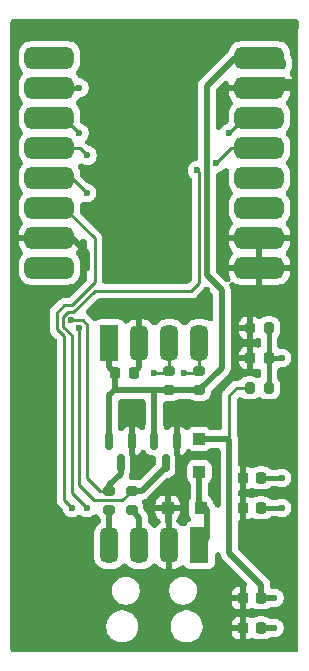
<source format=gtl>
%TF.GenerationSoftware,KiCad,Pcbnew,9.0.6*%
%TF.CreationDate,2025-11-18T22:02:05+01:00*%
%TF.ProjectId,simple_mesh,73696d70-6c65-45f6-9d65-73682e6b6963,rev?*%
%TF.SameCoordinates,Original*%
%TF.FileFunction,Copper,L1,Top*%
%TF.FilePolarity,Positive*%
%FSLAX46Y46*%
G04 Gerber Fmt 4.6, Leading zero omitted, Abs format (unit mm)*
G04 Created by KiCad (PCBNEW 9.0.6) date 2025-11-18 22:02:06*
%MOMM*%
%LPD*%
G01*
G04 APERTURE LIST*
G04 Aperture macros list*
%AMRoundRect*
0 Rectangle with rounded corners*
0 $1 Rounding radius*
0 $2 $3 $4 $5 $6 $7 $8 $9 X,Y pos of 4 corners*
0 Add a 4 corners polygon primitive as box body*
4,1,4,$2,$3,$4,$5,$6,$7,$8,$9,$2,$3,0*
0 Add four circle primitives for the rounded corners*
1,1,$1+$1,$2,$3*
1,1,$1+$1,$4,$5*
1,1,$1+$1,$6,$7*
1,1,$1+$1,$8,$9*
0 Add four rect primitives between the rounded corners*
20,1,$1+$1,$2,$3,$4,$5,0*
20,1,$1+$1,$4,$5,$6,$7,0*
20,1,$1+$1,$6,$7,$8,$9,0*
20,1,$1+$1,$8,$9,$2,$3,0*%
G04 Aperture macros list end*
%TA.AperFunction,SMDPad,CuDef*%
%ADD10RoundRect,0.200000X-0.275000X0.200000X-0.275000X-0.200000X0.275000X-0.200000X0.275000X0.200000X0*%
%TD*%
%TA.AperFunction,SMDPad,CuDef*%
%ADD11RoundRect,0.250000X-0.300000X0.300000X-0.300000X-0.300000X0.300000X-0.300000X0.300000X0.300000X0*%
%TD*%
%TA.AperFunction,SMDPad,CuDef*%
%ADD12RoundRect,0.150000X-0.150000X0.587500X-0.150000X-0.587500X0.150000X-0.587500X0.150000X0.587500X0*%
%TD*%
%TA.AperFunction,SMDPad,CuDef*%
%ADD13RoundRect,0.080000X0.720000X-1.420000X0.720000X1.420000X-0.720000X1.420000X-0.720000X-1.420000X0*%
%TD*%
%TA.AperFunction,SMDPad,CuDef*%
%ADD14RoundRect,0.560000X0.240000X-0.940000X0.240000X0.940000X-0.240000X0.940000X-0.240000X-0.940000X0*%
%TD*%
%TA.AperFunction,SMDPad,CuDef*%
%ADD15RoundRect,0.250000X0.300000X0.300000X-0.300000X0.300000X-0.300000X-0.300000X0.300000X-0.300000X0*%
%TD*%
%TA.AperFunction,SMDPad,CuDef*%
%ADD16RoundRect,0.200000X0.200000X0.275000X-0.200000X0.275000X-0.200000X-0.275000X0.200000X-0.275000X0*%
%TD*%
%TA.AperFunction,SMDPad,CuDef*%
%ADD17RoundRect,0.080000X-0.720000X1.420000X-0.720000X-1.420000X0.720000X-1.420000X0.720000X1.420000X0*%
%TD*%
%TA.AperFunction,SMDPad,CuDef*%
%ADD18RoundRect,0.560000X-0.240000X0.940000X-0.240000X-0.940000X0.240000X-0.940000X0.240000X0.940000X0*%
%TD*%
%TA.AperFunction,SMDPad,CuDef*%
%ADD19RoundRect,0.225000X-0.250000X0.225000X-0.250000X-0.225000X0.250000X-0.225000X0.250000X0.225000X0*%
%TD*%
%TA.AperFunction,SMDPad,CuDef*%
%ADD20RoundRect,0.200000X0.275000X-0.200000X0.275000X0.200000X-0.275000X0.200000X-0.275000X-0.200000X0*%
%TD*%
%TA.AperFunction,SMDPad,CuDef*%
%ADD21RoundRect,0.540000X1.560000X0.360000X-1.560000X0.360000X-1.560000X-0.360000X1.560000X-0.360000X0*%
%TD*%
%TA.AperFunction,SMDPad,CuDef*%
%ADD22RoundRect,0.540000X-1.560000X-0.360000X1.560000X-0.360000X1.560000X0.360000X-1.560000X0.360000X0*%
%TD*%
%TA.AperFunction,SMDPad,CuDef*%
%ADD23RoundRect,0.225000X-0.225000X-0.250000X0.225000X-0.250000X0.225000X0.250000X-0.225000X0.250000X0*%
%TD*%
%TA.AperFunction,SMDPad,CuDef*%
%ADD24RoundRect,0.225000X0.225000X0.250000X-0.225000X0.250000X-0.225000X-0.250000X0.225000X-0.250000X0*%
%TD*%
%TA.AperFunction,SMDPad,CuDef*%
%ADD25RoundRect,0.200000X-0.200000X-0.275000X0.200000X-0.275000X0.200000X0.275000X-0.200000X0.275000X0*%
%TD*%
%TA.AperFunction,ViaPad*%
%ADD26C,0.600000*%
%TD*%
%TA.AperFunction,Conductor*%
%ADD27C,0.250000*%
%TD*%
%TA.AperFunction,Conductor*%
%ADD28C,0.500000*%
%TD*%
%TA.AperFunction,Conductor*%
%ADD29C,0.400000*%
%TD*%
G04 APERTURE END LIST*
D10*
%TO.P,R3,1*%
%TO.N,I2C_SCL*%
X77470000Y-103950000D03*
%TO.P,R3,2*%
%TO.N,+3.3V*%
X77470000Y-105600000D03*
%TD*%
D11*
%TO.P,D3,1,K*%
%TO.N,VSYS*%
X80010000Y-109725000D03*
%TO.P,D3,2,A*%
%TO.N,Net-(D3-A)*%
X80010000Y-112525000D03*
%TD*%
D12*
%TO.P,D2,1,K*%
%TO.N,GND*%
X78100000Y-109885000D03*
%TO.P,D2,2,A*%
%TO.N,+3.3V*%
X76200000Y-109885000D03*
%TO.P,D2,3,K*%
%TO.N,SER_RXD*%
X77150000Y-111760000D03*
%TD*%
D13*
%TO.P,J3,1,Pin_1*%
%TO.N,+3.3V*%
X72390000Y-101600000D03*
D14*
%TO.P,J3,2,Pin_2*%
%TO.N,GND*%
X74930000Y-101600000D03*
%TO.P,J3,3,Pin_3*%
%TO.N,I2C_SCL*%
X77470000Y-101600000D03*
%TO.P,J3,4,Pin_4*%
%TO.N,I2C_SDA*%
X80010000Y-101600000D03*
%TD*%
D15*
%TO.P,D4,1,K*%
%TO.N,Net-(D3-A)*%
X80140000Y-115570000D03*
%TO.P,D4,2,A*%
%TO.N,GND*%
X77340000Y-115570000D03*
%TD*%
D16*
%TO.P,R9,1*%
%TO.N,/ADC_VBAT*%
X85915000Y-105410000D03*
%TO.P,R9,2*%
%TO.N,VSYS*%
X84265000Y-105410000D03*
%TD*%
D12*
%TO.P,D1,1,K*%
%TO.N,GND*%
X74290000Y-109885000D03*
%TO.P,D1,2,A*%
%TO.N,+3.3V*%
X72390000Y-109885000D03*
%TO.P,D1,3,K*%
%TO.N,SER_TXD*%
X73340000Y-111760000D03*
%TD*%
D17*
%TO.P,J4,1,Pin_1*%
%TO.N,Net-(D3-A)*%
X80010000Y-118745000D03*
D18*
%TO.P,J4,2,Pin_2*%
%TO.N,GND*%
X77470000Y-118745000D03*
%TO.P,J4,3,Pin_3*%
%TO.N,Net-(J4-Pin_3)*%
X74930000Y-118745000D03*
%TO.P,J4,4,Pin_4*%
%TO.N,Net-(J4-Pin_4)*%
X72390000Y-118745000D03*
%TD*%
D19*
%TO.P,C5,1*%
%TO.N,+3.3V*%
X86868000Y-77965000D03*
%TO.P,C5,2*%
%TO.N,GND*%
X86868000Y-79515000D03*
%TD*%
D20*
%TO.P,R1,1*%
%TO.N,Net-(J4-Pin_4)*%
X72390000Y-115760000D03*
%TO.P,R1,2*%
%TO.N,SER_TXD*%
X72390000Y-114110000D03*
%TD*%
D21*
%TO.P,IC2,1,GND*%
%TO.N,GND*%
X85090000Y-95250000D03*
%TO.P,IC2,2,GND*%
X85090000Y-92710000D03*
%TO.P,IC2,3,RXEN*%
%TO.N,unconnected-(IC2-RXEN-Pad3)*%
X85090000Y-90170000D03*
%TO.P,IC2,4,TXEN*%
%TO.N,unconnected-(IC2-TXEN-Pad4)*%
X85090000Y-87630000D03*
%TO.P,IC2,5,DIO2*%
%TO.N,LORA_DIO2*%
X85090000Y-85090000D03*
%TO.P,IC2,6,DIO1*%
%TO.N,LORA_DIO1*%
X85090000Y-82550000D03*
%TO.P,IC2,7,GND*%
%TO.N,GND*%
X85090000Y-80010000D03*
%TO.P,IC2,8,3V3*%
%TO.N,+3.3V*%
X85090000Y-77470000D03*
D22*
%TO.P,IC2,9,BUSY*%
%TO.N,unconnected-(IC2-BUSY-Pad9)*%
X67310000Y-77470000D03*
%TO.P,IC2,10,RESET*%
%TO.N,LORA_RESET*%
X67310000Y-80010000D03*
%TO.P,IC2,11,MISO*%
%TO.N,LORA_MISO*%
X67310000Y-82550000D03*
%TO.P,IC2,12,MOSI*%
%TO.N,LORA_MOSI*%
X67310000Y-85090000D03*
%TO.P,IC2,13,CLK*%
%TO.N,LORA_SCK*%
X67310000Y-87630000D03*
%TO.P,IC2,14,CS*%
%TO.N,LORA_CS*%
X67310000Y-90170000D03*
%TO.P,IC2,15,GND*%
%TO.N,GND*%
X67310000Y-92710000D03*
%TO.P,IC2,16,ANT*%
%TO.N,unconnected-(IC2-ANT-Pad16)*%
X67310000Y-95250000D03*
%TD*%
D10*
%TO.P,R4,1*%
%TO.N,I2C_SDA*%
X80010000Y-103950000D03*
%TO.P,R4,2*%
%TO.N,+3.3V*%
X80010000Y-105600000D03*
%TD*%
D20*
%TO.P,R2,1*%
%TO.N,Net-(J4-Pin_3)*%
X74295000Y-115760000D03*
%TO.P,R2,2*%
%TO.N,SER_RXD*%
X74295000Y-114110000D03*
%TD*%
D23*
%TO.P,C2,1*%
%TO.N,GND*%
X83680000Y-113030000D03*
%TO.P,C2,2*%
%TO.N,Net-(IC1-ADC_VREF)*%
X85230000Y-113030000D03*
%TD*%
%TO.P,C3,1*%
%TO.N,+3.3V*%
X72885000Y-104140000D03*
%TO.P,C3,2*%
%TO.N,GND*%
X74435000Y-104140000D03*
%TD*%
D24*
%TO.P,C1,1*%
%TO.N,/ADC_VBAT*%
X85865000Y-102870000D03*
%TO.P,C1,2*%
%TO.N,GND*%
X84315000Y-102870000D03*
%TD*%
%TO.P,C4,1*%
%TO.N,+3.3V*%
X85230000Y-115570000D03*
%TO.P,C4,2*%
%TO.N,GND*%
X83680000Y-115570000D03*
%TD*%
D25*
%TO.P,R10,1*%
%TO.N,GND*%
X84265000Y-100330000D03*
%TO.P,R10,2*%
%TO.N,/ADC_VBAT*%
X85915000Y-100330000D03*
%TD*%
D24*
%TO.P,C6,1*%
%TO.N,VBUS*%
X85230000Y-125730000D03*
%TO.P,C6,2*%
%TO.N,GND*%
X83680000Y-125730000D03*
%TD*%
%TO.P,C7,1*%
%TO.N,VSYS*%
X85230000Y-123190000D03*
%TO.P,C7,2*%
%TO.N,GND*%
X83680000Y-123190000D03*
%TD*%
D26*
%TO.N,GND*%
X66040000Y-74930000D03*
X74930000Y-101600000D03*
X78740000Y-116840000D03*
X81915000Y-120650000D03*
X71755000Y-127000000D03*
X81915000Y-82550000D03*
X87630000Y-74930000D03*
X85090000Y-74930000D03*
X75565000Y-115570000D03*
X76200000Y-95885000D03*
X83185000Y-127000000D03*
X81280000Y-107950000D03*
X77470000Y-118745000D03*
X85890000Y-120650000D03*
X78105000Y-107950000D03*
X86360000Y-74930000D03*
X78105000Y-95885000D03*
X64770000Y-74930000D03*
X70485000Y-82550000D03*
X69850000Y-120650000D03*
X81915000Y-95250000D03*
X74290000Y-107955000D03*
X81915000Y-88900000D03*
X70485000Y-127000000D03*
X67310000Y-74930000D03*
X81915000Y-92710000D03*
X78740000Y-111760000D03*
X70485000Y-95250000D03*
X82550000Y-80010000D03*
X69215000Y-127000000D03*
X85890000Y-107950000D03*
X81915000Y-127000000D03*
X74295000Y-95885000D03*
X80645000Y-127000000D03*
X80645000Y-97155000D03*
X81280000Y-113665000D03*
X74930000Y-111760000D03*
X83185000Y-97155000D03*
%TO.N,LORA_MOSI*%
X70525000Y-85725000D03*
%TO.N,Net-(IC1-ADC_VREF)*%
X86995000Y-113030000D03*
%TO.N,VSYS*%
X86360000Y-123190000D03*
%TO.N,LORA_DIO2*%
X70485000Y-115570000D03*
X79845000Y-86995000D03*
X81445000Y-86360000D03*
%TO.N,/ADC_VBAT*%
X86995000Y-102870000D03*
%TO.N,LORA_CS*%
X69215000Y-115570000D03*
%TO.N,LORA_DIO1*%
X82550000Y-83820000D03*
%TO.N,I2C_SCL*%
X76200000Y-104140000D03*
%TO.N,LORA_RESET*%
X69850000Y-80010000D03*
%TO.N,I2C_SDA*%
X78740000Y-104140000D03*
%TO.N,VBUS*%
X86360000Y-125730000D03*
%TO.N,LORA_SCK*%
X70485000Y-88900000D03*
%TO.N,+3.3V*%
X76200000Y-108750000D03*
X86995000Y-115570000D03*
%TO.N,LORA_MISO*%
X69850000Y-83820000D03*
%TO.N,SER_TXD*%
X69175000Y-99695000D03*
%TO.N,SER_RXD*%
X69850000Y-100330000D03*
%TD*%
D27*
%TO.N,GND*%
X86868000Y-79515000D02*
X85585000Y-79515000D01*
X85585000Y-79515000D02*
X85090000Y-80010000D01*
X87630000Y-74930000D02*
X88149000Y-74930000D01*
D28*
X85090000Y-95250000D02*
X81915000Y-95250000D01*
X88149000Y-74930000D02*
X88149000Y-74411000D01*
X74290000Y-111120000D02*
X74930000Y-111760000D01*
X78100000Y-111120000D02*
X78740000Y-111760000D01*
X85090000Y-80010000D02*
X82550000Y-80010000D01*
X74290000Y-109885000D02*
X74290000Y-111120000D01*
X81915000Y-80010000D02*
X81915000Y-82550000D01*
X85090000Y-92710000D02*
X81915000Y-92710000D01*
X74295000Y-107950000D02*
X74290000Y-107955000D01*
X78100000Y-109885000D02*
X78100000Y-107955000D01*
X82550000Y-80010000D02*
X81915000Y-80010000D01*
X74930000Y-101600000D02*
X74930000Y-103645000D01*
X81915000Y-92710000D02*
X81915000Y-95250000D01*
X70485000Y-93980000D02*
X70485000Y-95250000D01*
X74290000Y-109885000D02*
X74290000Y-107955000D01*
X67310000Y-92710000D02*
X69215000Y-92710000D01*
X78100000Y-107955000D02*
X78105000Y-107950000D01*
X69215000Y-92710000D02*
X70485000Y-93980000D01*
X78100000Y-109885000D02*
X78100000Y-111120000D01*
X74930000Y-103645000D02*
X74435000Y-104140000D01*
X77470000Y-116050000D02*
X76990000Y-115570000D01*
X77470000Y-118745000D02*
X77470000Y-116050000D01*
D29*
X86995000Y-79515000D02*
X85585000Y-79515000D01*
D28*
%TO.N,Net-(D3-A)*%
X80645000Y-115725000D02*
X80490000Y-115570000D01*
X80010000Y-118745000D02*
X80645000Y-118110000D01*
X80010000Y-115090000D02*
X80490000Y-115570000D01*
X80645000Y-118110000D02*
X80645000Y-115725000D01*
X80010000Y-112525000D02*
X80010000Y-115090000D01*
D27*
%TO.N,LORA_MOSI*%
X67310000Y-85090000D02*
X69890000Y-85090000D01*
X69890000Y-85090000D02*
X70525000Y-85725000D01*
D29*
%TO.N,Net-(IC1-ADC_VREF)*%
X85230000Y-113030000D02*
X86995000Y-113030000D01*
D28*
%TO.N,VSYS*%
X82420000Y-109725000D02*
X80010000Y-109725000D01*
X82550000Y-119380000D02*
X82550000Y-109855000D01*
X85230000Y-122060000D02*
X82550000Y-119380000D01*
X82550000Y-109855000D02*
X82420000Y-109725000D01*
D27*
X82550000Y-106045000D02*
X82550000Y-109855000D01*
D28*
X85230000Y-123190000D02*
X85230000Y-122060000D01*
D27*
X84265000Y-105410000D02*
X83185000Y-105410000D01*
X83185000Y-105410000D02*
X82550000Y-106045000D01*
D28*
X85230000Y-123190000D02*
X86360000Y-123190000D01*
D27*
%TO.N,LORA_DIO2*%
X68499000Y-99414991D02*
X68499000Y-100249000D01*
X79334000Y-97196000D02*
X71152520Y-97196000D01*
X69329520Y-99019000D02*
X68894991Y-99019000D01*
X80010000Y-87160000D02*
X80010000Y-96520000D01*
X71152520Y-97196000D02*
X69329520Y-99019000D01*
X82715000Y-85090000D02*
X85090000Y-85090000D01*
X69215000Y-114300000D02*
X70485000Y-115570000D01*
X80010000Y-96520000D02*
X79334000Y-97196000D01*
X79845000Y-86995000D02*
X80010000Y-87160000D01*
X68499000Y-100249000D02*
X69215000Y-100965000D01*
X81445000Y-86360000D02*
X82715000Y-85090000D01*
X68894991Y-99019000D02*
X68499000Y-99414991D01*
X69215000Y-100965000D02*
X69215000Y-114300000D01*
D29*
%TO.N,/ADC_VBAT*%
X85865000Y-102870000D02*
X86995000Y-102870000D01*
X85915000Y-105410000D02*
X85915000Y-102920000D01*
X85915000Y-102920000D02*
X85865000Y-102870000D01*
X85915000Y-102820000D02*
X85865000Y-102870000D01*
X85915000Y-100330000D02*
X85915000Y-102820000D01*
D27*
%TO.N,LORA_CS*%
X68580000Y-101038520D02*
X68580000Y-114935000D01*
X71161000Y-92751000D02*
X71161000Y-96479000D01*
X67945000Y-100403520D02*
X68580000Y-101038520D01*
X71161000Y-96479000D02*
X69215000Y-98425000D01*
X69215000Y-98425000D02*
X68580000Y-98425000D01*
X67310000Y-90170000D02*
X68580000Y-90170000D01*
X68580000Y-90170000D02*
X71161000Y-92751000D01*
X68580000Y-114935000D02*
X69215000Y-115570000D01*
X68580000Y-98425000D02*
X67945000Y-99060000D01*
X67945000Y-99060000D02*
X67945000Y-100403520D01*
%TO.N,LORA_DIO1*%
X83185000Y-83185000D02*
X82550000Y-83820000D01*
X85090000Y-82550000D02*
X83820000Y-82550000D01*
X83820000Y-82550000D02*
X83185000Y-83185000D01*
%TO.N,I2C_SCL*%
X77470000Y-101600000D02*
X77470000Y-103950000D01*
X76200000Y-104140000D02*
X77280000Y-104140000D01*
X77280000Y-104140000D02*
X77470000Y-103950000D01*
D29*
%TO.N,LORA_RESET*%
X67310000Y-80010000D02*
X69215000Y-80010000D01*
X69215000Y-80010000D02*
X69850000Y-80010000D01*
D27*
%TO.N,I2C_SDA*%
X80010000Y-101600000D02*
X80010000Y-103950000D01*
X78740000Y-104140000D02*
X79820000Y-104140000D01*
X79820000Y-104140000D02*
X80010000Y-103950000D01*
D28*
%TO.N,VBUS*%
X85230000Y-125730000D02*
X86360000Y-125730000D01*
D27*
%TO.N,LORA_SCK*%
X67310000Y-87630000D02*
X69215000Y-87630000D01*
X69215000Y-87630000D02*
X70485000Y-88900000D01*
D28*
%TO.N,+3.3V*%
X72390000Y-103645000D02*
X72885000Y-104140000D01*
D29*
X86995000Y-77965000D02*
X85585000Y-77965000D01*
D28*
X80645000Y-95885000D02*
X80645000Y-79815001D01*
D29*
X85585000Y-77965000D02*
X85090000Y-77470000D01*
D28*
X73025000Y-105600000D02*
X72835000Y-105600000D01*
X72885000Y-104140000D02*
X72885000Y-105460000D01*
X72390000Y-101600000D02*
X72390000Y-103645000D01*
X80010000Y-105600000D02*
X81915000Y-103695000D01*
X72885000Y-105460000D02*
X73025000Y-105600000D01*
X76200000Y-105600000D02*
X73025000Y-105600000D01*
X80645000Y-79815001D02*
X82990001Y-77470000D01*
D29*
X85230000Y-115570000D02*
X86995000Y-115570000D01*
D28*
X77470000Y-105600000D02*
X80010000Y-105600000D01*
X77470000Y-105600000D02*
X76200000Y-105600000D01*
X72835000Y-105600000D02*
X72390000Y-106045000D01*
X81915000Y-97155000D02*
X80645000Y-95885000D01*
X76200000Y-109885000D02*
X76200000Y-105600000D01*
X81915000Y-103695000D02*
X81915000Y-97155000D01*
X82990001Y-77470000D02*
X85090000Y-77470000D01*
X72390000Y-106045000D02*
X72390000Y-109885000D01*
D27*
%TO.N,LORA_MISO*%
X67310000Y-82550000D02*
X68580000Y-82550000D01*
X68580000Y-82550000D02*
X69850000Y-83820000D01*
%TO.N,SER_TXD*%
X70526000Y-100049991D02*
X70526000Y-113071000D01*
X70526000Y-113071000D02*
X71565000Y-114110000D01*
X69216000Y-99654000D02*
X70130009Y-99654000D01*
D28*
X72390000Y-113665000D02*
X73340000Y-112715000D01*
D27*
X70130009Y-99654000D02*
X70526000Y-100049991D01*
X69175000Y-99695000D02*
X69216000Y-99654000D01*
D28*
X73340000Y-112715000D02*
X73340000Y-111760000D01*
X72390000Y-114110000D02*
X72390000Y-113665000D01*
D27*
X71565000Y-114110000D02*
X72390000Y-114110000D01*
%TO.N,SER_RXD*%
X71120000Y-114935000D02*
X73470000Y-114935000D01*
D28*
X75120000Y-114110000D02*
X77150000Y-112080000D01*
X74295000Y-114110000D02*
X75120000Y-114110000D01*
D27*
X69850000Y-100330000D02*
X69850000Y-113665000D01*
D28*
X77150000Y-112080000D02*
X77150000Y-111760000D01*
D27*
X69850000Y-113665000D02*
X71120000Y-114935000D01*
X73470000Y-114935000D02*
X74295000Y-114110000D01*
D28*
%TO.N,Net-(J4-Pin_4)*%
X72390000Y-118745000D02*
X72390000Y-115760000D01*
%TO.N,Net-(J4-Pin_3)*%
X74930000Y-118745000D02*
X74930000Y-116395000D01*
X74930000Y-116395000D02*
X74295000Y-115760000D01*
%TD*%
%TA.AperFunction,Conductor*%
%TO.N,GND*%
G36*
X75371459Y-110663548D02*
G01*
X75443829Y-110728368D01*
X75459033Y-110751122D01*
X75500813Y-110821768D01*
X75531919Y-110874365D01*
X75648135Y-110990581D01*
X75789602Y-111074244D01*
X75947431Y-111120098D01*
X75984306Y-111123000D01*
X76100500Y-111123000D01*
X76195788Y-111141954D01*
X76276570Y-111195930D01*
X76330546Y-111276712D01*
X76349500Y-111372000D01*
X76349500Y-111715991D01*
X76330546Y-111811279D01*
X76276570Y-111892061D01*
X74998448Y-113170183D01*
X74917666Y-113224159D01*
X74822378Y-113243113D01*
X74748303Y-113231839D01*
X74697196Y-113215914D01*
X74697188Y-113215912D01*
X74626630Y-113209500D01*
X74626616Y-113209500D01*
X74310248Y-113209500D01*
X74298740Y-113207211D01*
X74287069Y-113208419D01*
X74251429Y-113197800D01*
X74214960Y-113190546D01*
X74205204Y-113184027D01*
X74193959Y-113180677D01*
X74165099Y-113157231D01*
X74134178Y-113136570D01*
X74127658Y-113126812D01*
X74118553Y-113119415D01*
X74100863Y-113086709D01*
X74080202Y-113055788D01*
X74077912Y-113044279D01*
X74072331Y-113033960D01*
X74071094Y-113010002D01*
X74061248Y-112960500D01*
X74062329Y-112937321D01*
X74063525Y-112924526D01*
X74090500Y-112788918D01*
X74090500Y-112636002D01*
X74091581Y-112624440D01*
X74095827Y-112610188D01*
X74100387Y-112578150D01*
X74137596Y-112450075D01*
X74137598Y-112450069D01*
X74140500Y-112413194D01*
X74140500Y-111319763D01*
X74159454Y-111224475D01*
X74213430Y-111143693D01*
X74294212Y-111089717D01*
X74389500Y-111070763D01*
X74484788Y-111089717D01*
X74532675Y-111120372D01*
X74542492Y-111119599D01*
X74700193Y-111073783D01*
X74700195Y-111073783D01*
X74841553Y-110990184D01*
X74957683Y-110874054D01*
X75030383Y-110751124D01*
X75095203Y-110678754D01*
X75182783Y-110636697D01*
X75279792Y-110631358D01*
X75371459Y-110663548D01*
G37*
%TD.AperFunction*%
%TA.AperFunction,Conductor*%
G36*
X75295788Y-106369454D02*
G01*
X75376570Y-106423430D01*
X75430546Y-106504212D01*
X75449500Y-106599500D01*
X75449500Y-108420530D01*
X75432800Y-108504484D01*
X75433815Y-108504792D01*
X75430690Y-108515092D01*
X75430547Y-108515815D01*
X75430265Y-108516495D01*
X75430262Y-108516504D01*
X75399500Y-108671153D01*
X75399500Y-108738261D01*
X75380546Y-108833549D01*
X75326570Y-108914331D01*
X75245788Y-108968307D01*
X75150500Y-108987261D01*
X75055212Y-108968307D01*
X74974430Y-108914331D01*
X74962225Y-108900487D01*
X74841553Y-108779815D01*
X74700194Y-108696216D01*
X74542497Y-108650401D01*
X74542486Y-108650399D01*
X74540000Y-108650202D01*
X74540000Y-110759870D01*
X74533899Y-110790541D01*
X74532184Y-110821768D01*
X74524506Y-110837760D01*
X74521046Y-110855158D01*
X74503671Y-110881161D01*
X74490137Y-110909354D01*
X74476926Y-110921189D01*
X74467070Y-110935940D01*
X74441064Y-110953316D01*
X74417774Y-110974181D01*
X74401038Y-110980059D01*
X74386288Y-110989916D01*
X74355613Y-110996017D01*
X74326110Y-111006382D01*
X74308398Y-111005409D01*
X74291000Y-111008870D01*
X74260328Y-111002769D01*
X74229102Y-111001054D01*
X74213109Y-110993376D01*
X74195712Y-110989916D01*
X74169708Y-110972541D01*
X74141516Y-110959007D01*
X74129680Y-110945796D01*
X74114930Y-110935940D01*
X74076689Y-110886644D01*
X74074689Y-110883263D01*
X74042488Y-110791599D01*
X74040000Y-110756489D01*
X74040000Y-108650202D01*
X74039999Y-108650202D01*
X74037513Y-108650399D01*
X74037502Y-108650401D01*
X73879806Y-108696216D01*
X73879804Y-108696216D01*
X73738446Y-108779815D01*
X73622314Y-108895947D01*
X73603824Y-108927213D01*
X73539004Y-108999583D01*
X73451423Y-109041638D01*
X73354415Y-109046977D01*
X73262748Y-109014785D01*
X73190378Y-108949965D01*
X73148323Y-108862384D01*
X73140500Y-108800461D01*
X73140500Y-106599500D01*
X73159454Y-106504212D01*
X73213430Y-106423430D01*
X73294212Y-106369454D01*
X73389500Y-106350500D01*
X75200500Y-106350500D01*
X75295788Y-106369454D01*
G37*
%TD.AperFunction*%
%TA.AperFunction,Conductor*%
G36*
X80651900Y-96980072D02*
G01*
X80732681Y-97034048D01*
X81091570Y-97392937D01*
X81145546Y-97473719D01*
X81164500Y-97569007D01*
X81164500Y-99530890D01*
X81145546Y-99626178D01*
X81091570Y-99706960D01*
X81010788Y-99760936D01*
X80915500Y-99779890D01*
X80820212Y-99760936D01*
X80798123Y-99750489D01*
X80657801Y-99675486D01*
X80657797Y-99675484D01*
X80457893Y-99614844D01*
X80330031Y-99602251D01*
X80302095Y-99599500D01*
X80302093Y-99599500D01*
X79717910Y-99599500D01*
X79717903Y-99599501D01*
X79562105Y-99614845D01*
X79362205Y-99675483D01*
X79362203Y-99675484D01*
X79362201Y-99675484D01*
X79362201Y-99675485D01*
X79177967Y-99773960D01*
X79177965Y-99773960D01*
X79177962Y-99773963D01*
X79016492Y-99906478D01*
X79016482Y-99906488D01*
X78932479Y-100008846D01*
X78857377Y-100070480D01*
X78764405Y-100098682D01*
X78667718Y-100089159D01*
X78582035Y-100043360D01*
X78547521Y-100008846D01*
X78501195Y-99952398D01*
X78463515Y-99906485D01*
X78463509Y-99906480D01*
X78463507Y-99906478D01*
X78302037Y-99773963D01*
X78302036Y-99773962D01*
X78302033Y-99773960D01*
X78117799Y-99675485D01*
X78117796Y-99675484D01*
X78117797Y-99675484D01*
X77917893Y-99614844D01*
X77790031Y-99602251D01*
X77762095Y-99599500D01*
X77762093Y-99599500D01*
X77177910Y-99599500D01*
X77177903Y-99599501D01*
X77022105Y-99614845D01*
X76822205Y-99675483D01*
X76822203Y-99675484D01*
X76822201Y-99675484D01*
X76822201Y-99675485D01*
X76637967Y-99773960D01*
X76637965Y-99773960D01*
X76637962Y-99773963D01*
X76476492Y-99906478D01*
X76476481Y-99906489D01*
X76392154Y-100009241D01*
X76317052Y-100070874D01*
X76224080Y-100099076D01*
X76127393Y-100089553D01*
X76041710Y-100043753D01*
X76007196Y-100009239D01*
X75923160Y-99906841D01*
X75923158Y-99906839D01*
X75761751Y-99774376D01*
X75577613Y-99675951D01*
X75577605Y-99675948D01*
X75377796Y-99615336D01*
X75222076Y-99600000D01*
X75180001Y-99600000D01*
X75180000Y-99600001D01*
X75180000Y-101351000D01*
X75161046Y-101446288D01*
X75107070Y-101527070D01*
X75026288Y-101581046D01*
X74931000Y-101600000D01*
X74929000Y-101600000D01*
X74833712Y-101581046D01*
X74752930Y-101527070D01*
X74698954Y-101446288D01*
X74680000Y-101351000D01*
X74680000Y-99600001D01*
X74679999Y-99600000D01*
X74637923Y-99600000D01*
X74482203Y-99615336D01*
X74282394Y-99675948D01*
X74282386Y-99675951D01*
X74098245Y-99774378D01*
X73948735Y-99897077D01*
X73863052Y-99942875D01*
X73766365Y-99952398D01*
X73673393Y-99924195D01*
X73598292Y-99862560D01*
X73593246Y-99856203D01*
X73524017Y-99765983D01*
X73524012Y-99765979D01*
X73402757Y-99672935D01*
X73402755Y-99672934D01*
X73261541Y-99614442D01*
X73148047Y-99599500D01*
X73148045Y-99599500D01*
X71631952Y-99599500D01*
X71518461Y-99614441D01*
X71518460Y-99614441D01*
X71377241Y-99672935D01*
X71377240Y-99672936D01*
X71355142Y-99689893D01*
X71268007Y-99732864D01*
X71171060Y-99739218D01*
X71079061Y-99707988D01*
X71021372Y-99659042D01*
X71020507Y-99659908D01*
X71011860Y-99651261D01*
X71011858Y-99651258D01*
X70924733Y-99564133D01*
X70924729Y-99564130D01*
X70615869Y-99255270D01*
X70615867Y-99255267D01*
X70528742Y-99168142D01*
X70503001Y-99150942D01*
X70434304Y-99082245D01*
X70397124Y-98992485D01*
X70397124Y-98895330D01*
X70434304Y-98805571D01*
X70465271Y-98767838D01*
X70520620Y-98712490D01*
X71338681Y-97894430D01*
X71419462Y-97840454D01*
X71514750Y-97821500D01*
X79395607Y-97821500D01*
X79456029Y-97809481D01*
X79516452Y-97797463D01*
X79549792Y-97783652D01*
X79630286Y-97750312D01*
X79681509Y-97716084D01*
X79732733Y-97681858D01*
X79819858Y-97594733D01*
X79819858Y-97594731D01*
X79840358Y-97574232D01*
X79840359Y-97574229D01*
X80380543Y-97034046D01*
X80461323Y-96980072D01*
X80556611Y-96961118D01*
X80651900Y-96980072D01*
G37*
%TD.AperFunction*%
%TA.AperFunction,Conductor*%
G36*
X88245788Y-74179454D02*
G01*
X88326570Y-74233430D01*
X88380546Y-74314212D01*
X88399500Y-74409500D01*
X88399500Y-127520500D01*
X88380546Y-127615788D01*
X88326570Y-127696570D01*
X88245788Y-127750546D01*
X88150500Y-127769500D01*
X64249500Y-127769500D01*
X64154212Y-127750546D01*
X64073430Y-127696570D01*
X64019454Y-127615788D01*
X64000500Y-127520500D01*
X64000500Y-125493703D01*
X72124500Y-125493703D01*
X72124500Y-125706296D01*
X72157753Y-125916240D01*
X72157754Y-125916243D01*
X72223443Y-126118412D01*
X72319949Y-126307816D01*
X72444896Y-126479792D01*
X72595208Y-126630104D01*
X72767184Y-126755051D01*
X72956588Y-126851557D01*
X73158757Y-126917246D01*
X73232601Y-126928941D01*
X73368703Y-126950499D01*
X73368710Y-126950499D01*
X73368713Y-126950500D01*
X73368716Y-126950500D01*
X73581284Y-126950500D01*
X73581287Y-126950500D01*
X73581290Y-126950499D01*
X73581296Y-126950499D01*
X73680476Y-126934789D01*
X73791243Y-126917246D01*
X73993412Y-126851557D01*
X74182816Y-126755051D01*
X74354792Y-126630104D01*
X74505104Y-126479792D01*
X74630051Y-126307816D01*
X74726557Y-126118412D01*
X74792246Y-125916243D01*
X74825500Y-125706287D01*
X74825500Y-125493713D01*
X74825499Y-125493710D01*
X74825499Y-125493703D01*
X77574500Y-125493703D01*
X77574500Y-125706296D01*
X77607753Y-125916240D01*
X77607754Y-125916243D01*
X77673443Y-126118412D01*
X77769949Y-126307816D01*
X77894896Y-126479792D01*
X78045208Y-126630104D01*
X78217184Y-126755051D01*
X78406588Y-126851557D01*
X78608757Y-126917246D01*
X78682601Y-126928941D01*
X78818703Y-126950499D01*
X78818710Y-126950499D01*
X78818713Y-126950500D01*
X78818716Y-126950500D01*
X79031284Y-126950500D01*
X79031287Y-126950500D01*
X79031290Y-126950499D01*
X79031296Y-126950499D01*
X79130476Y-126934789D01*
X79241243Y-126917246D01*
X79443412Y-126851557D01*
X79632816Y-126755051D01*
X79804792Y-126630104D01*
X79955104Y-126479792D01*
X80080051Y-126307816D01*
X80176557Y-126118412D01*
X80221530Y-125980001D01*
X82730001Y-125980001D01*
X82730001Y-126028320D01*
X82740144Y-126127609D01*
X82740145Y-126127612D01*
X82793451Y-126288480D01*
X82882425Y-126432729D01*
X83002270Y-126552574D01*
X83146516Y-126641546D01*
X83307396Y-126694855D01*
X83406687Y-126704999D01*
X83406688Y-126704999D01*
X83430000Y-126704998D01*
X83430000Y-125980001D01*
X83429999Y-125980000D01*
X82730002Y-125980000D01*
X82730001Y-125980001D01*
X80221530Y-125980001D01*
X80242246Y-125916243D01*
X80275500Y-125706287D01*
X80275500Y-125493713D01*
X80265675Y-125431682D01*
X82730000Y-125431682D01*
X82730000Y-125479999D01*
X82730001Y-125480000D01*
X83429999Y-125480000D01*
X83430000Y-125479999D01*
X83430000Y-124755001D01*
X83930000Y-124755001D01*
X83930000Y-126704998D01*
X83930001Y-126704999D01*
X83953304Y-126704999D01*
X83953320Y-126704998D01*
X84052609Y-126694855D01*
X84052612Y-126694854D01*
X84213479Y-126641548D01*
X84323802Y-126573500D01*
X84414854Y-126539607D01*
X84511944Y-126543138D01*
X84585238Y-126573497D01*
X84696303Y-126642003D01*
X84857292Y-126695349D01*
X84956655Y-126705500D01*
X85503344Y-126705499D01*
X85602708Y-126695349D01*
X85763697Y-126642003D01*
X85908044Y-126552968D01*
X85908052Y-126552959D01*
X85915519Y-126547056D01*
X86002019Y-126502819D01*
X86098863Y-126495051D01*
X86118544Y-126498154D01*
X86275621Y-126529398D01*
X86281158Y-126530500D01*
X86438842Y-126530500D01*
X86593497Y-126499737D01*
X86739179Y-126439394D01*
X86870289Y-126351789D01*
X86981789Y-126240289D01*
X87069394Y-126109179D01*
X87129737Y-125963497D01*
X87160500Y-125808842D01*
X87160500Y-125651158D01*
X87129737Y-125496503D01*
X87069394Y-125350821D01*
X87057013Y-125332292D01*
X86981791Y-125219714D01*
X86981789Y-125219711D01*
X86870289Y-125108211D01*
X86870285Y-125108208D01*
X86739180Y-125020606D01*
X86739173Y-125020603D01*
X86593497Y-124960263D01*
X86593492Y-124960261D01*
X86438846Y-124929500D01*
X86438842Y-124929500D01*
X86281158Y-124929500D01*
X86195013Y-124946635D01*
X86118543Y-124961846D01*
X86021388Y-124961845D01*
X85931628Y-124924666D01*
X85915526Y-124912948D01*
X85908045Y-124907032D01*
X85835870Y-124862514D01*
X85763697Y-124817997D01*
X85602708Y-124764651D01*
X85503345Y-124754500D01*
X85503341Y-124754500D01*
X84956657Y-124754500D01*
X84887222Y-124761593D01*
X84857292Y-124764651D01*
X84857290Y-124764651D01*
X84857286Y-124764652D01*
X84696307Y-124817995D01*
X84696304Y-124817996D01*
X84696303Y-124817997D01*
X84636726Y-124854744D01*
X84585241Y-124886501D01*
X84566467Y-124893488D01*
X84549811Y-124904618D01*
X84521367Y-124910275D01*
X84494189Y-124920392D01*
X84474170Y-124919663D01*
X84454523Y-124923572D01*
X84426079Y-124917914D01*
X84397099Y-124916860D01*
X84378881Y-124908526D01*
X84359235Y-124904618D01*
X84323803Y-124886500D01*
X84213481Y-124818452D01*
X84052603Y-124765144D01*
X83953317Y-124755000D01*
X83930001Y-124755000D01*
X83930000Y-124755001D01*
X83430000Y-124755001D01*
X83430000Y-124755000D01*
X83429999Y-124754999D01*
X83406688Y-124755000D01*
X83307389Y-124765144D01*
X83307387Y-124765145D01*
X83146519Y-124818451D01*
X83002270Y-124907425D01*
X82882425Y-125027270D01*
X82793453Y-125171516D01*
X82740144Y-125332396D01*
X82730000Y-125431682D01*
X80265675Y-125431682D01*
X80242246Y-125283757D01*
X80176557Y-125081588D01*
X80080051Y-124892184D01*
X79955104Y-124720208D01*
X79804792Y-124569896D01*
X79632816Y-124444949D01*
X79443412Y-124348443D01*
X79443409Y-124348442D01*
X79443407Y-124348441D01*
X79241240Y-124282753D01*
X79031296Y-124249500D01*
X79031287Y-124249500D01*
X78818713Y-124249500D01*
X78818703Y-124249500D01*
X78608759Y-124282753D01*
X78406592Y-124348441D01*
X78217182Y-124444950D01*
X78045206Y-124569897D01*
X77894897Y-124720206D01*
X77769950Y-124892182D01*
X77673441Y-125081592D01*
X77607753Y-125283759D01*
X77574500Y-125493703D01*
X74825499Y-125493703D01*
X74792246Y-125283759D01*
X74792246Y-125283757D01*
X74726557Y-125081588D01*
X74630051Y-124892184D01*
X74505104Y-124720208D01*
X74354792Y-124569896D01*
X74182816Y-124444949D01*
X73993412Y-124348443D01*
X73993409Y-124348442D01*
X73993407Y-124348441D01*
X73791240Y-124282753D01*
X73581296Y-124249500D01*
X73581287Y-124249500D01*
X73368713Y-124249500D01*
X73368703Y-124249500D01*
X73158759Y-124282753D01*
X72956592Y-124348441D01*
X72767182Y-124444950D01*
X72595206Y-124569897D01*
X72444897Y-124720206D01*
X72319950Y-124892182D01*
X72223441Y-125081592D01*
X72157753Y-125283759D01*
X72124500Y-125493703D01*
X64000500Y-125493703D01*
X64000500Y-122477476D01*
X72599500Y-122477476D01*
X72599500Y-122662523D01*
X72628442Y-122845253D01*
X72628447Y-122845270D01*
X72685617Y-123021224D01*
X72685621Y-123021235D01*
X72769624Y-123186099D01*
X72829743Y-123268846D01*
X72878379Y-123335787D01*
X73009213Y-123466621D01*
X73158904Y-123575378D01*
X73323765Y-123659379D01*
X73499736Y-123716555D01*
X73499742Y-123716556D01*
X73499746Y-123716557D01*
X73682476Y-123745499D01*
X73682483Y-123745499D01*
X73682486Y-123745500D01*
X73682489Y-123745500D01*
X73867511Y-123745500D01*
X73867514Y-123745500D01*
X73867517Y-123745499D01*
X73867523Y-123745499D01*
X74050253Y-123716557D01*
X74050254Y-123716556D01*
X74050264Y-123716555D01*
X74226235Y-123659379D01*
X74391096Y-123575378D01*
X74540787Y-123466621D01*
X74671621Y-123335787D01*
X74780378Y-123186096D01*
X74864379Y-123021235D01*
X74921555Y-122845264D01*
X74926049Y-122816892D01*
X74950499Y-122662523D01*
X74950500Y-122662511D01*
X74950500Y-122477488D01*
X74950499Y-122477476D01*
X77449500Y-122477476D01*
X77449500Y-122662523D01*
X77478442Y-122845253D01*
X77478447Y-122845270D01*
X77535617Y-123021224D01*
X77535621Y-123021235D01*
X77619624Y-123186099D01*
X77679743Y-123268846D01*
X77728379Y-123335787D01*
X77859213Y-123466621D01*
X78008904Y-123575378D01*
X78173765Y-123659379D01*
X78349736Y-123716555D01*
X78349742Y-123716556D01*
X78349746Y-123716557D01*
X78532476Y-123745499D01*
X78532483Y-123745499D01*
X78532486Y-123745500D01*
X78532489Y-123745500D01*
X78717511Y-123745500D01*
X78717514Y-123745500D01*
X78717517Y-123745499D01*
X78717523Y-123745499D01*
X78900253Y-123716557D01*
X78900254Y-123716556D01*
X78900264Y-123716555D01*
X79076235Y-123659379D01*
X79241096Y-123575378D01*
X79390787Y-123466621D01*
X79417407Y-123440001D01*
X82730001Y-123440001D01*
X82730001Y-123488320D01*
X82740144Y-123587609D01*
X82740145Y-123587612D01*
X82793451Y-123748480D01*
X82882425Y-123892729D01*
X83002270Y-124012574D01*
X83146516Y-124101546D01*
X83307396Y-124154855D01*
X83406687Y-124164999D01*
X83406688Y-124164999D01*
X83430000Y-124164998D01*
X83430000Y-123440001D01*
X83429999Y-123440000D01*
X82730002Y-123440000D01*
X82730001Y-123440001D01*
X79417407Y-123440001D01*
X79521621Y-123335787D01*
X79630378Y-123186096D01*
X79714379Y-123021235D01*
X79756473Y-122891682D01*
X82730000Y-122891682D01*
X82730000Y-122939999D01*
X82730001Y-122940000D01*
X83429999Y-122940000D01*
X83430000Y-122939999D01*
X83430000Y-122215000D01*
X83429999Y-122214999D01*
X83406688Y-122215000D01*
X83307389Y-122225144D01*
X83307387Y-122225145D01*
X83146519Y-122278451D01*
X83002270Y-122367425D01*
X82882425Y-122487270D01*
X82793453Y-122631516D01*
X82740144Y-122792396D01*
X82730000Y-122891682D01*
X79756473Y-122891682D01*
X79771555Y-122845264D01*
X79777010Y-122810826D01*
X79800498Y-122662525D01*
X79800500Y-122662514D01*
X79800500Y-122477486D01*
X79800499Y-122477483D01*
X79800499Y-122477476D01*
X79771557Y-122294746D01*
X79771556Y-122294742D01*
X79771555Y-122294736D01*
X79714379Y-122118765D01*
X79630378Y-121953904D01*
X79521621Y-121804213D01*
X79390787Y-121673379D01*
X79264442Y-121581584D01*
X79241099Y-121564624D01*
X79241098Y-121564623D01*
X79241096Y-121564622D01*
X79076235Y-121480621D01*
X79076224Y-121480617D01*
X78900270Y-121423447D01*
X78900271Y-121423447D01*
X78900264Y-121423445D01*
X78900262Y-121423444D01*
X78900253Y-121423442D01*
X78717523Y-121394500D01*
X78717514Y-121394500D01*
X78532486Y-121394500D01*
X78532476Y-121394500D01*
X78349746Y-121423442D01*
X78349729Y-121423447D01*
X78173775Y-121480617D01*
X78173764Y-121480621D01*
X78008900Y-121564624D01*
X77859216Y-121673376D01*
X77728376Y-121804216D01*
X77619624Y-121953900D01*
X77535621Y-122118764D01*
X77535617Y-122118775D01*
X77478447Y-122294729D01*
X77478442Y-122294746D01*
X77449500Y-122477476D01*
X74950499Y-122477476D01*
X74921557Y-122294746D01*
X74921556Y-122294742D01*
X74921555Y-122294736D01*
X74864379Y-122118765D01*
X74780378Y-121953904D01*
X74671621Y-121804213D01*
X74540787Y-121673379D01*
X74414442Y-121581584D01*
X74391099Y-121564624D01*
X74391098Y-121564623D01*
X74391096Y-121564622D01*
X74226235Y-121480621D01*
X74226224Y-121480617D01*
X74050270Y-121423447D01*
X74050271Y-121423447D01*
X74050264Y-121423445D01*
X74050262Y-121423444D01*
X74050253Y-121423442D01*
X73867523Y-121394500D01*
X73867514Y-121394500D01*
X73682486Y-121394500D01*
X73682476Y-121394500D01*
X73499746Y-121423442D01*
X73499729Y-121423447D01*
X73323775Y-121480617D01*
X73323764Y-121480621D01*
X73158900Y-121564624D01*
X73009216Y-121673376D01*
X72878376Y-121804216D01*
X72769624Y-121953900D01*
X72685621Y-122118764D01*
X72685617Y-122118775D01*
X72628447Y-122294729D01*
X72628442Y-122294746D01*
X72599500Y-122477476D01*
X64000500Y-122477476D01*
X64000500Y-77058879D01*
X64709500Y-77058879D01*
X64709500Y-77881120D01*
X64724554Y-78033973D01*
X64784051Y-78230107D01*
X64880670Y-78410870D01*
X65018455Y-78578761D01*
X65016372Y-78580470D01*
X65059297Y-78644712D01*
X65078251Y-78740000D01*
X65059297Y-78835288D01*
X65016372Y-78899529D01*
X65018455Y-78901239D01*
X64880670Y-79069129D01*
X64784051Y-79249892D01*
X64724554Y-79446026D01*
X64709500Y-79598879D01*
X64709500Y-80421120D01*
X64724554Y-80573973D01*
X64784051Y-80770107D01*
X64880670Y-80950870D01*
X65018455Y-81118761D01*
X65016372Y-81120470D01*
X65059297Y-81184712D01*
X65078251Y-81280000D01*
X65059297Y-81375288D01*
X65016372Y-81439529D01*
X65018455Y-81441239D01*
X64880670Y-81609129D01*
X64784051Y-81789892D01*
X64724554Y-81986026D01*
X64709500Y-82138879D01*
X64709500Y-82961120D01*
X64724554Y-83113973D01*
X64784051Y-83310107D01*
X64880670Y-83490870D01*
X65018455Y-83658761D01*
X65016372Y-83660470D01*
X65059297Y-83724712D01*
X65078251Y-83820000D01*
X65059297Y-83915288D01*
X65016372Y-83979529D01*
X65018455Y-83981239D01*
X64880670Y-84149129D01*
X64784051Y-84329892D01*
X64724554Y-84526026D01*
X64709500Y-84678879D01*
X64709500Y-85501120D01*
X64724554Y-85653973D01*
X64784051Y-85850107D01*
X64880670Y-86030870D01*
X65018455Y-86198761D01*
X65016372Y-86200470D01*
X65059297Y-86264712D01*
X65078251Y-86360000D01*
X65059297Y-86455288D01*
X65016372Y-86519529D01*
X65018455Y-86521239D01*
X64880670Y-86689129D01*
X64784051Y-86869892D01*
X64724554Y-87066026D01*
X64709500Y-87218879D01*
X64709500Y-88041120D01*
X64724554Y-88193973D01*
X64784051Y-88390107D01*
X64880670Y-88570870D01*
X65018455Y-88738761D01*
X65016372Y-88740470D01*
X65059297Y-88804712D01*
X65078251Y-88900000D01*
X65059297Y-88995288D01*
X65016372Y-89059529D01*
X65018455Y-89061239D01*
X64880670Y-89229129D01*
X64784051Y-89409892D01*
X64724554Y-89606026D01*
X64709500Y-89758879D01*
X64709500Y-90581120D01*
X64724554Y-90733973D01*
X64784051Y-90930107D01*
X64880670Y-91110870D01*
X65018455Y-91278761D01*
X65016448Y-91280407D01*
X65059653Y-91345068D01*
X65078607Y-91440356D01*
X65059653Y-91535644D01*
X65016728Y-91599885D01*
X65018811Y-91601595D01*
X64881088Y-91769409D01*
X64784518Y-91950077D01*
X64784515Y-91950084D01*
X64725047Y-92146123D01*
X64710000Y-92298908D01*
X64710000Y-92459999D01*
X64710001Y-92460000D01*
X67061000Y-92460000D01*
X67156288Y-92478954D01*
X67237070Y-92532930D01*
X67291046Y-92613712D01*
X67310000Y-92709000D01*
X67310000Y-92711000D01*
X67291046Y-92806288D01*
X67237070Y-92887070D01*
X67156288Y-92941046D01*
X67061000Y-92960000D01*
X64710002Y-92960000D01*
X64710001Y-92960001D01*
X64710001Y-93121094D01*
X64725047Y-93273872D01*
X64725048Y-93273879D01*
X64784515Y-93469915D01*
X64784518Y-93469922D01*
X64881088Y-93650590D01*
X65018811Y-93818405D01*
X65016728Y-93820114D01*
X65059653Y-93884356D01*
X65078607Y-93979644D01*
X65059653Y-94074932D01*
X65016448Y-94139592D01*
X65018455Y-94141239D01*
X64880670Y-94309129D01*
X64784051Y-94489892D01*
X64724554Y-94686026D01*
X64709500Y-94838879D01*
X64709500Y-95661120D01*
X64724554Y-95813973D01*
X64784051Y-96010107D01*
X64880670Y-96190870D01*
X65010688Y-96349297D01*
X65010695Y-96349305D01*
X65010700Y-96349309D01*
X65010702Y-96349311D01*
X65169129Y-96479329D01*
X65169130Y-96479329D01*
X65169132Y-96479331D01*
X65349891Y-96575948D01*
X65546026Y-96635445D01*
X65698880Y-96650500D01*
X65698883Y-96650500D01*
X68921117Y-96650500D01*
X68921120Y-96650500D01*
X69073974Y-96635445D01*
X69270109Y-96575948D01*
X69450868Y-96479331D01*
X69609305Y-96349305D01*
X69739331Y-96190868D01*
X69835948Y-96010109D01*
X69895445Y-95813974D01*
X69910500Y-95661120D01*
X69910500Y-94838880D01*
X69895445Y-94686026D01*
X69835948Y-94489891D01*
X69739331Y-94309132D01*
X69609305Y-94150695D01*
X69609306Y-94150695D01*
X69601545Y-94141239D01*
X69603551Y-94139592D01*
X69560347Y-94074932D01*
X69541393Y-93979644D01*
X69560347Y-93884356D01*
X69603271Y-93820114D01*
X69601189Y-93818405D01*
X69738911Y-93650590D01*
X69835481Y-93469922D01*
X69835484Y-93469915D01*
X69894952Y-93273876D01*
X69909999Y-93121091D01*
X69909999Y-92985731D01*
X69928952Y-92890442D01*
X69982928Y-92809661D01*
X69982929Y-92809659D01*
X70054896Y-92761573D01*
X70063709Y-92755684D01*
X70063709Y-92755683D01*
X70063711Y-92755683D01*
X70121089Y-92744269D01*
X70158997Y-92736729D01*
X70158999Y-92736729D01*
X70190615Y-92743018D01*
X70254286Y-92755682D01*
X70294404Y-92782488D01*
X70335069Y-92809659D01*
X70462570Y-92937160D01*
X70516546Y-93017942D01*
X70535500Y-93113230D01*
X70535500Y-96116769D01*
X70516546Y-96212057D01*
X70462570Y-96292839D01*
X69028840Y-97726570D01*
X68948058Y-97780546D01*
X68852770Y-97799500D01*
X68653915Y-97799500D01*
X68653895Y-97799499D01*
X68641607Y-97799499D01*
X68518394Y-97799499D01*
X68518392Y-97799499D01*
X68417605Y-97819545D01*
X68417606Y-97819546D01*
X68397547Y-97823536D01*
X68397544Y-97823537D01*
X68350397Y-97843067D01*
X68283714Y-97870688D01*
X68283710Y-97870690D01*
X68181270Y-97939138D01*
X68181266Y-97939142D01*
X67546268Y-98574139D01*
X67546269Y-98574140D01*
X67459139Y-98661270D01*
X67424915Y-98712490D01*
X67390687Y-98763714D01*
X67375578Y-98800192D01*
X67375576Y-98800198D01*
X67370055Y-98813528D01*
X67343537Y-98877548D01*
X67334046Y-98925263D01*
X67322044Y-98985606D01*
X67320085Y-98995448D01*
X67320085Y-98995452D01*
X67319500Y-98998394D01*
X67319500Y-100465126D01*
X67325660Y-100496100D01*
X67325661Y-100496104D01*
X67330364Y-100519744D01*
X67343537Y-100585972D01*
X67357347Y-100619312D01*
X67390688Y-100699806D01*
X67424915Y-100751029D01*
X67459142Y-100802253D01*
X67546267Y-100889378D01*
X67546269Y-100889379D01*
X67881570Y-101224680D01*
X67935546Y-101305462D01*
X67954500Y-101400750D01*
X67954500Y-114996610D01*
X67966518Y-115057030D01*
X67978486Y-115117205D01*
X67978535Y-115117445D01*
X67978539Y-115117457D01*
X68024195Y-115227682D01*
X68025688Y-115231286D01*
X68054039Y-115273715D01*
X68094142Y-115333733D01*
X68181267Y-115420858D01*
X68181269Y-115420859D01*
X68365704Y-115605294D01*
X68368922Y-115608765D01*
X68391942Y-115646207D01*
X68416369Y-115682765D01*
X68418268Y-115689026D01*
X68419807Y-115691529D01*
X68420675Y-115696961D01*
X68430538Y-115729473D01*
X68445262Y-115803495D01*
X68445263Y-115803497D01*
X68505603Y-115949173D01*
X68505606Y-115949180D01*
X68593208Y-116080285D01*
X68593211Y-116080289D01*
X68704711Y-116191789D01*
X68704714Y-116191791D01*
X68835819Y-116279393D01*
X68835820Y-116279393D01*
X68835821Y-116279394D01*
X68981503Y-116339737D01*
X68981505Y-116339737D01*
X68981507Y-116339738D01*
X69033505Y-116350081D01*
X69136158Y-116370500D01*
X69293842Y-116370500D01*
X69448497Y-116339737D01*
X69594179Y-116279394D01*
X69711663Y-116200893D01*
X69801422Y-116163714D01*
X69898577Y-116163713D01*
X69988336Y-116200893D01*
X70105821Y-116279394D01*
X70251503Y-116339737D01*
X70251505Y-116339737D01*
X70251507Y-116339738D01*
X70303505Y-116350081D01*
X70406158Y-116370500D01*
X70563842Y-116370500D01*
X70718497Y-116339737D01*
X70864179Y-116279394D01*
X70995289Y-116191789D01*
X71053389Y-116133688D01*
X71134167Y-116079714D01*
X71229455Y-116060759D01*
X71324743Y-116079712D01*
X71405525Y-116133688D01*
X71443001Y-116181696D01*
X71458321Y-116207242D01*
X71471522Y-116249606D01*
X71559528Y-116395185D01*
X71588265Y-116423922D01*
X71604044Y-116450233D01*
X71610276Y-116467637D01*
X71620546Y-116483008D01*
X71626502Y-116512954D01*
X71636796Y-116541701D01*
X71635893Y-116560164D01*
X71639500Y-116578296D01*
X71639500Y-116734279D01*
X71620546Y-116829567D01*
X71566570Y-116910349D01*
X71548464Y-116926758D01*
X71396492Y-117051478D01*
X71396478Y-117051492D01*
X71263963Y-117212962D01*
X71263960Y-117212965D01*
X71263960Y-117212967D01*
X71224414Y-117286953D01*
X71165484Y-117397203D01*
X71104844Y-117597106D01*
X71089500Y-117752904D01*
X71089500Y-119737089D01*
X71089501Y-119737094D01*
X71104845Y-119892894D01*
X71165485Y-120092799D01*
X71263960Y-120277033D01*
X71263962Y-120277036D01*
X71263963Y-120277037D01*
X71396193Y-120438160D01*
X71396485Y-120438515D01*
X71396490Y-120438519D01*
X71396492Y-120438521D01*
X71557459Y-120570623D01*
X71557967Y-120571040D01*
X71742201Y-120669515D01*
X71942106Y-120730155D01*
X72097905Y-120745500D01*
X72682094Y-120745499D01*
X72837894Y-120730155D01*
X73037799Y-120669515D01*
X73222033Y-120571040D01*
X73383515Y-120438515D01*
X73467521Y-120336154D01*
X73542622Y-120274520D01*
X73635594Y-120246317D01*
X73732281Y-120255840D01*
X73817964Y-120301639D01*
X73852479Y-120336154D01*
X73936193Y-120438160D01*
X73936485Y-120438515D01*
X73936490Y-120438519D01*
X73936492Y-120438521D01*
X74097459Y-120570623D01*
X74097967Y-120571040D01*
X74282201Y-120669515D01*
X74482106Y-120730155D01*
X74637905Y-120745500D01*
X75222094Y-120745499D01*
X75377894Y-120730155D01*
X75577799Y-120669515D01*
X75762033Y-120571040D01*
X75923515Y-120438515D01*
X76007845Y-120335757D01*
X76082945Y-120274126D01*
X76175916Y-120245923D01*
X76272604Y-120255446D01*
X76358287Y-120301244D01*
X76392802Y-120335760D01*
X76476833Y-120438152D01*
X76476841Y-120438160D01*
X76638248Y-120570623D01*
X76822386Y-120669048D01*
X76822394Y-120669051D01*
X77022203Y-120729663D01*
X77177923Y-120744999D01*
X77177927Y-120745000D01*
X77219999Y-120745000D01*
X77220000Y-120744999D01*
X77220000Y-116875001D01*
X77162930Y-116817931D01*
X77108954Y-116737149D01*
X77090000Y-116641861D01*
X77090000Y-115820001D01*
X77089999Y-115820000D01*
X76290002Y-115820000D01*
X76290001Y-115820001D01*
X76290001Y-115919984D01*
X76300494Y-116022699D01*
X76300495Y-116022702D01*
X76355640Y-116189119D01*
X76355641Y-116189121D01*
X76447681Y-116338341D01*
X76447684Y-116338345D01*
X76571654Y-116462315D01*
X76571658Y-116462318D01*
X76631968Y-116499518D01*
X76703119Y-116565674D01*
X76743537Y-116654022D01*
X76747069Y-116751113D01*
X76713177Y-116842165D01*
X76672415Y-116892286D01*
X76371489Y-117177115D01*
X76343376Y-117194801D01*
X76317700Y-117215874D01*
X76302606Y-117220452D01*
X76289256Y-117228852D01*
X76256511Y-117234434D01*
X76224728Y-117244076D01*
X76209031Y-117242530D01*
X76193483Y-117245181D01*
X76161095Y-117237808D01*
X76128041Y-117234553D01*
X76114131Y-117227118D01*
X76098751Y-117223617D01*
X76071650Y-117204411D01*
X76042358Y-117188754D01*
X76024844Y-117171240D01*
X76019483Y-117167441D01*
X76016833Y-117163229D01*
X76007844Y-117154240D01*
X75960431Y-117096467D01*
X75923515Y-117051485D01*
X75923509Y-117051480D01*
X75923507Y-117051478D01*
X75771536Y-116926758D01*
X75709901Y-116851656D01*
X75681699Y-116758685D01*
X75680500Y-116734279D01*
X75680500Y-116321083D01*
X75680499Y-116321078D01*
X75672208Y-116279391D01*
X75672208Y-116279390D01*
X75656593Y-116200893D01*
X75651659Y-116176088D01*
X75609903Y-116075280D01*
X75603788Y-116060517D01*
X75595084Y-116039505D01*
X75518905Y-115925495D01*
X75512952Y-115916585D01*
X75341407Y-115745039D01*
X75339427Y-115742966D01*
X75314882Y-115704337D01*
X75289454Y-115666281D01*
X75288885Y-115663423D01*
X75287323Y-115660964D01*
X75279429Y-115615886D01*
X75270500Y-115570993D01*
X75270500Y-115503390D01*
X75270499Y-115503369D01*
X75264087Y-115432811D01*
X75264086Y-115432808D01*
X75264086Y-115432804D01*
X75213478Y-115270394D01*
X75183024Y-115220018D01*
X76290000Y-115220018D01*
X76290000Y-115319999D01*
X76290001Y-115320000D01*
X77089999Y-115320000D01*
X77090000Y-115319999D01*
X77090000Y-114520001D01*
X77590000Y-114520001D01*
X77590000Y-115319999D01*
X77590001Y-115320000D01*
X78389998Y-115320000D01*
X78389999Y-115319999D01*
X78389999Y-115220032D01*
X78389998Y-115220015D01*
X78379505Y-115117300D01*
X78379504Y-115117297D01*
X78324359Y-114950880D01*
X78324358Y-114950878D01*
X78232318Y-114801658D01*
X78232315Y-114801654D01*
X78108345Y-114677684D01*
X78108341Y-114677681D01*
X77959121Y-114585641D01*
X77959120Y-114585640D01*
X77792701Y-114530495D01*
X77792694Y-114530494D01*
X77689981Y-114520000D01*
X77590001Y-114520000D01*
X77590000Y-114520001D01*
X77090000Y-114520001D01*
X77090000Y-114520000D01*
X77089999Y-114519999D01*
X76990023Y-114520000D01*
X76887300Y-114530494D01*
X76887297Y-114530495D01*
X76720880Y-114585640D01*
X76720878Y-114585641D01*
X76571658Y-114677681D01*
X76571654Y-114677684D01*
X76447684Y-114801654D01*
X76447681Y-114801658D01*
X76355641Y-114950878D01*
X76355640Y-114950879D01*
X76300495Y-115117298D01*
X76300494Y-115117305D01*
X76290000Y-115220018D01*
X75183024Y-115220018D01*
X75168982Y-115196789D01*
X75164756Y-115188440D01*
X75154162Y-115150493D01*
X75140752Y-115113454D01*
X75141181Y-115103989D01*
X75138633Y-115094862D01*
X75143367Y-115055752D01*
X75145152Y-115016399D01*
X75149171Y-115007817D01*
X75150310Y-114998412D01*
X75169650Y-114964091D01*
X75186359Y-114928416D01*
X75193354Y-114922027D01*
X75198007Y-114913771D01*
X75229010Y-114889463D01*
X75258098Y-114862898D01*
X75267587Y-114859217D01*
X75274464Y-114853826D01*
X75299519Y-114846831D01*
X75327444Y-114836000D01*
X75327205Y-114835210D01*
X75337653Y-114832040D01*
X75338350Y-114831769D01*
X75338913Y-114831658D01*
X75475495Y-114775084D01*
X75534737Y-114735500D01*
X75598416Y-114692952D01*
X77222236Y-113069130D01*
X77303015Y-113015157D01*
X77378764Y-112996971D01*
X77402569Y-112995098D01*
X77560398Y-112949244D01*
X77701865Y-112865581D01*
X77818081Y-112749365D01*
X77901744Y-112607898D01*
X77947598Y-112450069D01*
X77950500Y-112413194D01*
X77950500Y-111319763D01*
X77969454Y-111224475D01*
X78023430Y-111143693D01*
X78104212Y-111089717D01*
X78199500Y-111070763D01*
X78294788Y-111089717D01*
X78342675Y-111120372D01*
X78352492Y-111119599D01*
X78510193Y-111073783D01*
X78510195Y-111073783D01*
X78651553Y-110990184D01*
X78767684Y-110874053D01*
X78851283Y-110732695D01*
X78857506Y-110718316D01*
X78860598Y-110719654D01*
X78892815Y-110657602D01*
X78967172Y-110595071D01*
X79059798Y-110565755D01*
X79156593Y-110574117D01*
X79228377Y-110611106D01*
X79229000Y-110610098D01*
X79241343Y-110617711D01*
X79241344Y-110617712D01*
X79390666Y-110709814D01*
X79390669Y-110709815D01*
X79390667Y-110709815D01*
X79541725Y-110759870D01*
X79557203Y-110764999D01*
X79659991Y-110775500D01*
X80360008Y-110775499D01*
X80462797Y-110764999D01*
X80629334Y-110709814D01*
X80778656Y-110617712D01*
X80847940Y-110548427D01*
X80928719Y-110494454D01*
X81024007Y-110475500D01*
X81550500Y-110475500D01*
X81645788Y-110494454D01*
X81726570Y-110548430D01*
X81780546Y-110629212D01*
X81799500Y-110724500D01*
X81799500Y-115299252D01*
X81780546Y-115394540D01*
X81726570Y-115475322D01*
X81645788Y-115529298D01*
X81550500Y-115548252D01*
X81455212Y-115529298D01*
X81374430Y-115475322D01*
X81337729Y-115428594D01*
X81327780Y-115412228D01*
X81310084Y-115369505D01*
X81227951Y-115246584D01*
X81225745Y-115244378D01*
X81215596Y-115227682D01*
X81200743Y-115186974D01*
X81184151Y-115146918D01*
X81182768Y-115137709D01*
X81182295Y-115136413D01*
X81182356Y-115134970D01*
X81180659Y-115123665D01*
X81179999Y-115117203D01*
X81175620Y-115103989D01*
X81140037Y-114996607D01*
X81124814Y-114950666D01*
X81032712Y-114801344D01*
X80908656Y-114677288D01*
X80908653Y-114677286D01*
X80908652Y-114677285D01*
X80878779Y-114658859D01*
X80807629Y-114592702D01*
X80767211Y-114504353D01*
X80760500Y-114446932D01*
X80760500Y-113539007D01*
X80779454Y-113443719D01*
X80833427Y-113362940D01*
X80902712Y-113293656D01*
X80994814Y-113144334D01*
X81049999Y-112977797D01*
X81060500Y-112875009D01*
X81060499Y-112174992D01*
X81049999Y-112072203D01*
X81044298Y-112055000D01*
X80998787Y-111917656D01*
X80994814Y-111905666D01*
X80902712Y-111756344D01*
X80778656Y-111632288D01*
X80629334Y-111540186D01*
X80629332Y-111540185D01*
X80629330Y-111540184D01*
X80629332Y-111540184D01*
X80462802Y-111485002D01*
X80462798Y-111485001D01*
X80462797Y-111485001D01*
X80360009Y-111474500D01*
X80360005Y-111474500D01*
X79659993Y-111474500D01*
X79557199Y-111485001D01*
X79390667Y-111540185D01*
X79241346Y-111632286D01*
X79117286Y-111756346D01*
X79025184Y-111905668D01*
X78970002Y-112072197D01*
X78970001Y-112072204D01*
X78959500Y-112174988D01*
X78959500Y-112875006D01*
X78970001Y-112977800D01*
X79022613Y-113136570D01*
X79025186Y-113144334D01*
X79068865Y-113215149D01*
X79110428Y-113282535D01*
X79117288Y-113293656D01*
X79186572Y-113362940D01*
X79240546Y-113443719D01*
X79259500Y-113539007D01*
X79259500Y-114710929D01*
X79240546Y-114806217D01*
X79222429Y-114841647D01*
X79155184Y-114950668D01*
X79100002Y-115117197D01*
X79100001Y-115117204D01*
X79089500Y-115219988D01*
X79089500Y-115920006D01*
X79100001Y-116022800D01*
X79155115Y-116189120D01*
X79155186Y-116189334D01*
X79162316Y-116200893D01*
X79247098Y-116338349D01*
X79247288Y-116338656D01*
X79251194Y-116342562D01*
X79255653Y-116349235D01*
X79256282Y-116350031D01*
X79256218Y-116350081D01*
X79305168Y-116423341D01*
X79324122Y-116518629D01*
X79305168Y-116613917D01*
X79251192Y-116694699D01*
X79170410Y-116748675D01*
X79139570Y-116759144D01*
X79138463Y-116759440D01*
X78997242Y-116817935D01*
X78875987Y-116910979D01*
X78875979Y-116910987D01*
X78806770Y-117001181D01*
X78775121Y-117028935D01*
X78745000Y-117058323D01*
X78738771Y-117060813D01*
X78733725Y-117065239D01*
X78693864Y-117078769D01*
X78654789Y-117094393D01*
X78648078Y-117094310D01*
X78641725Y-117096467D01*
X78599727Y-117093713D01*
X78557641Y-117093195D01*
X78552243Y-117090601D01*
X78544778Y-117090112D01*
X78468347Y-117054911D01*
X78150452Y-116836782D01*
X78125963Y-116811682D01*
X78098851Y-116789431D01*
X78092302Y-116777180D01*
X78082606Y-116767241D01*
X78069587Y-116734681D01*
X78053053Y-116703747D01*
X78051691Y-116689924D01*
X78046536Y-116677030D01*
X78046968Y-116641963D01*
X78043531Y-116607060D01*
X78047562Y-116593769D01*
X78047734Y-116579882D01*
X78061553Y-116547649D01*
X78071734Y-116514089D01*
X78081707Y-116500641D01*
X78086018Y-116490588D01*
X78097398Y-116479484D01*
X78115263Y-116455398D01*
X78232312Y-116338349D01*
X78232318Y-116338341D01*
X78324358Y-116189121D01*
X78324359Y-116189120D01*
X78379504Y-116022701D01*
X78379505Y-116022694D01*
X78389999Y-115919981D01*
X78390000Y-115919971D01*
X78390000Y-115820001D01*
X78389999Y-115820000D01*
X77590001Y-115820000D01*
X77590000Y-115820001D01*
X77590000Y-116489999D01*
X77647070Y-116547069D01*
X77701046Y-116627851D01*
X77720000Y-116723139D01*
X77720000Y-120744999D01*
X77720001Y-120745000D01*
X77762073Y-120745000D01*
X77762076Y-120744999D01*
X77917796Y-120729663D01*
X78117605Y-120669051D01*
X78117613Y-120669048D01*
X78301752Y-120570623D01*
X78451262Y-120447923D01*
X78536945Y-120402124D01*
X78633633Y-120392601D01*
X78726604Y-120420803D01*
X78801706Y-120482437D01*
X78806759Y-120488803D01*
X78875983Y-120579017D01*
X78875987Y-120579020D01*
X78993921Y-120669516D01*
X78997245Y-120672066D01*
X79138459Y-120730558D01*
X79251953Y-120745500D01*
X80768046Y-120745499D01*
X80768047Y-120745499D01*
X80796419Y-120741763D01*
X80881541Y-120730558D01*
X81022755Y-120672066D01*
X81144017Y-120579017D01*
X81237066Y-120457755D01*
X81295558Y-120316541D01*
X81310500Y-120203047D01*
X81310499Y-119523682D01*
X81329453Y-119428398D01*
X81383429Y-119347617D01*
X81464210Y-119293640D01*
X81559499Y-119274686D01*
X81654787Y-119293640D01*
X81735568Y-119347616D01*
X81789545Y-119428397D01*
X81792354Y-119435485D01*
X81799681Y-119454829D01*
X81828342Y-119598913D01*
X81884916Y-119735495D01*
X81917813Y-119784729D01*
X81967048Y-119858416D01*
X83503133Y-121394500D01*
X83950747Y-121842114D01*
X84004723Y-121922896D01*
X84023677Y-122018184D01*
X84004723Y-122113472D01*
X83950747Y-122194254D01*
X83930000Y-122215001D01*
X83930000Y-124164998D01*
X83930001Y-124164999D01*
X83953304Y-124164999D01*
X83953320Y-124164998D01*
X84052609Y-124154855D01*
X84052612Y-124154854D01*
X84213479Y-124101548D01*
X84323802Y-124033500D01*
X84342577Y-124026511D01*
X84359235Y-124015381D01*
X84387675Y-124009723D01*
X84414854Y-123999607D01*
X84434875Y-124000335D01*
X84454523Y-123996427D01*
X84482962Y-124002083D01*
X84511944Y-124003138D01*
X84533824Y-124012201D01*
X84549811Y-124015381D01*
X84563363Y-124024436D01*
X84585238Y-124033497D01*
X84696303Y-124102003D01*
X84857292Y-124155349D01*
X84956655Y-124165500D01*
X85503344Y-124165499D01*
X85602708Y-124155349D01*
X85763697Y-124102003D01*
X85908044Y-124012968D01*
X85908052Y-124012959D01*
X85915519Y-124007056D01*
X86002019Y-123962819D01*
X86098863Y-123955051D01*
X86118544Y-123958154D01*
X86275621Y-123989398D01*
X86281158Y-123990500D01*
X86438842Y-123990500D01*
X86593497Y-123959737D01*
X86739179Y-123899394D01*
X86870289Y-123811789D01*
X86981789Y-123700289D01*
X87069394Y-123569179D01*
X87129737Y-123423497D01*
X87160500Y-123268842D01*
X87160500Y-123111158D01*
X87129737Y-122956503D01*
X87069394Y-122810821D01*
X87057013Y-122792292D01*
X86981791Y-122679714D01*
X86981789Y-122679711D01*
X86870289Y-122568211D01*
X86870285Y-122568208D01*
X86739180Y-122480606D01*
X86739173Y-122480603D01*
X86593497Y-122420263D01*
X86593492Y-122420261D01*
X86438846Y-122389500D01*
X86438842Y-122389500D01*
X86281158Y-122389500D01*
X86281153Y-122389500D01*
X86278074Y-122390113D01*
X86274935Y-122390112D01*
X86268985Y-122390699D01*
X86268927Y-122390112D01*
X86180919Y-122390112D01*
X86091160Y-122352931D01*
X86022462Y-122284231D01*
X85985284Y-122194471D01*
X85980500Y-122145897D01*
X85980500Y-121986081D01*
X85980499Y-121986079D01*
X85951658Y-121841088D01*
X85951658Y-121841087D01*
X85895084Y-121704505D01*
X85812951Y-121581584D01*
X85795989Y-121564622D01*
X85708416Y-121477048D01*
X85708416Y-121477049D01*
X83373430Y-119142062D01*
X83319454Y-119061280D01*
X83300500Y-118965992D01*
X83300500Y-116777641D01*
X83319454Y-116682353D01*
X83373426Y-116601575D01*
X83430000Y-116544998D01*
X83430000Y-114595001D01*
X83930000Y-114595001D01*
X83930000Y-116544998D01*
X83930001Y-116544999D01*
X83953304Y-116544999D01*
X83953320Y-116544998D01*
X84052609Y-116534855D01*
X84052612Y-116534854D01*
X84213479Y-116481548D01*
X84323802Y-116413500D01*
X84414854Y-116379607D01*
X84511944Y-116383138D01*
X84585238Y-116413497D01*
X84696303Y-116482003D01*
X84857292Y-116535349D01*
X84956655Y-116545500D01*
X85503344Y-116545499D01*
X85602708Y-116535349D01*
X85763697Y-116482003D01*
X85908044Y-116392968D01*
X85957584Y-116343427D01*
X86038363Y-116289454D01*
X86133651Y-116270500D01*
X86544820Y-116270500D01*
X86640104Y-116289452D01*
X86761503Y-116339737D01*
X86916158Y-116370500D01*
X87073842Y-116370500D01*
X87228497Y-116339737D01*
X87374179Y-116279394D01*
X87505289Y-116191789D01*
X87616789Y-116080289D01*
X87704394Y-115949179D01*
X87764737Y-115803497D01*
X87795500Y-115648842D01*
X87795500Y-115491158D01*
X87764737Y-115336503D01*
X87704394Y-115190821D01*
X87692013Y-115172292D01*
X87616791Y-115059714D01*
X87616789Y-115059711D01*
X87505289Y-114948211D01*
X87505285Y-114948208D01*
X87374180Y-114860606D01*
X87374173Y-114860603D01*
X87228497Y-114800263D01*
X87228492Y-114800261D01*
X87073846Y-114769500D01*
X87073842Y-114769500D01*
X86916158Y-114769500D01*
X86916153Y-114769500D01*
X86761509Y-114800261D01*
X86761505Y-114800262D01*
X86761503Y-114800263D01*
X86640104Y-114850547D01*
X86544820Y-114869500D01*
X86133651Y-114869500D01*
X86038363Y-114850546D01*
X85957584Y-114796572D01*
X85908044Y-114747032D01*
X85904130Y-114744618D01*
X85849512Y-114710929D01*
X85763697Y-114657997D01*
X85602708Y-114604651D01*
X85503345Y-114594500D01*
X85503341Y-114594500D01*
X84956657Y-114594500D01*
X84887222Y-114601593D01*
X84857292Y-114604651D01*
X84857290Y-114604651D01*
X84857286Y-114604652D01*
X84696307Y-114657995D01*
X84696304Y-114657996D01*
X84696303Y-114657997D01*
X84665033Y-114677285D01*
X84585241Y-114726501D01*
X84566467Y-114733488D01*
X84549811Y-114744618D01*
X84521367Y-114750275D01*
X84494189Y-114760392D01*
X84474170Y-114759663D01*
X84454523Y-114763572D01*
X84426079Y-114757914D01*
X84397099Y-114756860D01*
X84378881Y-114748526D01*
X84359235Y-114744618D01*
X84323803Y-114726500D01*
X84213481Y-114658452D01*
X84052603Y-114605144D01*
X83953317Y-114595000D01*
X83930001Y-114595000D01*
X83930000Y-114595001D01*
X83430000Y-114595001D01*
X83430000Y-114594999D01*
X83373434Y-114538436D01*
X83319456Y-114457656D01*
X83300500Y-114362368D01*
X83300500Y-114237641D01*
X83319454Y-114142353D01*
X83373426Y-114061575D01*
X83430000Y-114004998D01*
X83430000Y-112055001D01*
X83930000Y-112055001D01*
X83930000Y-114004998D01*
X83930001Y-114004999D01*
X83953304Y-114004999D01*
X83953320Y-114004998D01*
X84052609Y-113994855D01*
X84052612Y-113994854D01*
X84213479Y-113941548D01*
X84323802Y-113873500D01*
X84342577Y-113866511D01*
X84359235Y-113855381D01*
X84387675Y-113849723D01*
X84414854Y-113839607D01*
X84434875Y-113840335D01*
X84454523Y-113836427D01*
X84482962Y-113842083D01*
X84511944Y-113843138D01*
X84533824Y-113852201D01*
X84549811Y-113855381D01*
X84563363Y-113864436D01*
X84585238Y-113873497D01*
X84696303Y-113942003D01*
X84857292Y-113995349D01*
X84956655Y-114005500D01*
X85503344Y-114005499D01*
X85602708Y-113995349D01*
X85763697Y-113942003D01*
X85908044Y-113852968D01*
X85957584Y-113803427D01*
X86038363Y-113749454D01*
X86133651Y-113730500D01*
X86544820Y-113730500D01*
X86640104Y-113749452D01*
X86761503Y-113799737D01*
X86916158Y-113830500D01*
X87073842Y-113830500D01*
X87228497Y-113799737D01*
X87374179Y-113739394D01*
X87505289Y-113651789D01*
X87616789Y-113540289D01*
X87704394Y-113409179D01*
X87764737Y-113263497D01*
X87795500Y-113108842D01*
X87795500Y-112951158D01*
X87792070Y-112933913D01*
X87764738Y-112796507D01*
X87764737Y-112796505D01*
X87764737Y-112796503D01*
X87704394Y-112650821D01*
X87692013Y-112632292D01*
X87616791Y-112519714D01*
X87616789Y-112519711D01*
X87505289Y-112408211D01*
X87505285Y-112408208D01*
X87374180Y-112320606D01*
X87374173Y-112320603D01*
X87228497Y-112260263D01*
X87228492Y-112260261D01*
X87073846Y-112229500D01*
X87073842Y-112229500D01*
X86916158Y-112229500D01*
X86916153Y-112229500D01*
X86761509Y-112260261D01*
X86761505Y-112260262D01*
X86761503Y-112260263D01*
X86640104Y-112310547D01*
X86544820Y-112329500D01*
X86133651Y-112329500D01*
X86038363Y-112310546D01*
X85957584Y-112256572D01*
X85908044Y-112207032D01*
X85763697Y-112117997D01*
X85602708Y-112064651D01*
X85503345Y-112054500D01*
X85503341Y-112054500D01*
X84956657Y-112054500D01*
X84887222Y-112061593D01*
X84857292Y-112064651D01*
X84857290Y-112064651D01*
X84857286Y-112064652D01*
X84696307Y-112117995D01*
X84696304Y-112117996D01*
X84696303Y-112117997D01*
X84636726Y-112154744D01*
X84585241Y-112186501D01*
X84494189Y-112220392D01*
X84397099Y-112216860D01*
X84323803Y-112186500D01*
X84213481Y-112118452D01*
X84052603Y-112065144D01*
X83953317Y-112055000D01*
X83930001Y-112055000D01*
X83930000Y-112055001D01*
X83430000Y-112055001D01*
X83430000Y-112054999D01*
X83373434Y-111998436D01*
X83319456Y-111917656D01*
X83300500Y-111822368D01*
X83300500Y-109781081D01*
X83300499Y-109781079D01*
X83271658Y-109636088D01*
X83271657Y-109636085D01*
X83215087Y-109499512D01*
X83215086Y-109499511D01*
X83215084Y-109499505D01*
X83215080Y-109499499D01*
X83209319Y-109488720D01*
X83211122Y-109487756D01*
X83180285Y-109413308D01*
X83175500Y-109364730D01*
X83175500Y-106407229D01*
X83186220Y-106353335D01*
X83194449Y-106311952D01*
X83194453Y-106311946D01*
X83194454Y-106311941D01*
X83248422Y-106231168D01*
X83252864Y-106226726D01*
X83258391Y-106221198D01*
X83339166Y-106167221D01*
X83434454Y-106148262D01*
X83529743Y-106167211D01*
X83610527Y-106221184D01*
X83629815Y-106240472D01*
X83691873Y-106277987D01*
X83775391Y-106328477D01*
X83775393Y-106328477D01*
X83775394Y-106328478D01*
X83937804Y-106379086D01*
X83937808Y-106379086D01*
X83937811Y-106379087D01*
X84008369Y-106385499D01*
X84008377Y-106385499D01*
X84008384Y-106385500D01*
X84008390Y-106385500D01*
X84521610Y-106385500D01*
X84521616Y-106385500D01*
X84521623Y-106385499D01*
X84521630Y-106385499D01*
X84592188Y-106379087D01*
X84592189Y-106379086D01*
X84592196Y-106379086D01*
X84754606Y-106328478D01*
X84900185Y-106240472D01*
X84913933Y-106226723D01*
X84994712Y-106172750D01*
X85090000Y-106153796D01*
X85185288Y-106172750D01*
X85266066Y-106226723D01*
X85279815Y-106240472D01*
X85341873Y-106277987D01*
X85425391Y-106328477D01*
X85425393Y-106328477D01*
X85425394Y-106328478D01*
X85587804Y-106379086D01*
X85587808Y-106379086D01*
X85587811Y-106379087D01*
X85658369Y-106385499D01*
X85658377Y-106385499D01*
X85658384Y-106385500D01*
X85658390Y-106385500D01*
X86171610Y-106385500D01*
X86171616Y-106385500D01*
X86171623Y-106385499D01*
X86171630Y-106385499D01*
X86242188Y-106379087D01*
X86242189Y-106379086D01*
X86242196Y-106379086D01*
X86404606Y-106328478D01*
X86550185Y-106240472D01*
X86670472Y-106120185D01*
X86753165Y-105983395D01*
X86758477Y-105974608D01*
X86773251Y-105927196D01*
X86809086Y-105812196D01*
X86811194Y-105789007D01*
X86815499Y-105741630D01*
X86815500Y-105741609D01*
X86815500Y-105078390D01*
X86815499Y-105078369D01*
X86809087Y-105007811D01*
X86809086Y-105007808D01*
X86809086Y-105007804D01*
X86758478Y-104845394D01*
X86758477Y-104845393D01*
X86758477Y-104845391D01*
X86670473Y-104699817D01*
X86670472Y-104699815D01*
X86670469Y-104699812D01*
X86668490Y-104697286D01*
X86666171Y-104692702D01*
X86662680Y-104686926D01*
X86663117Y-104686661D01*
X86624645Y-104610587D01*
X86615500Y-104543724D01*
X86615500Y-103914102D01*
X86634454Y-103818814D01*
X86688430Y-103738032D01*
X86769212Y-103684056D01*
X86864500Y-103665102D01*
X86913082Y-103669888D01*
X86916158Y-103670500D01*
X86916161Y-103670500D01*
X87073842Y-103670500D01*
X87228497Y-103639737D01*
X87374179Y-103579394D01*
X87505289Y-103491789D01*
X87616789Y-103380289D01*
X87704394Y-103249179D01*
X87764737Y-103103497D01*
X87795500Y-102948842D01*
X87795500Y-102791158D01*
X87764737Y-102636503D01*
X87704394Y-102490821D01*
X87692013Y-102472292D01*
X87616791Y-102359714D01*
X87616789Y-102359711D01*
X87505289Y-102248211D01*
X87505285Y-102248208D01*
X87374180Y-102160606D01*
X87374173Y-102160603D01*
X87228497Y-102100263D01*
X87228492Y-102100261D01*
X87073846Y-102069500D01*
X87073842Y-102069500D01*
X86916158Y-102069500D01*
X86916153Y-102069500D01*
X86913074Y-102070113D01*
X86909935Y-102070112D01*
X86903985Y-102070699D01*
X86903927Y-102070112D01*
X86815919Y-102070112D01*
X86726160Y-102032931D01*
X86657462Y-101964231D01*
X86620284Y-101874471D01*
X86615500Y-101825897D01*
X86615500Y-101196275D01*
X86634454Y-101100987D01*
X86668496Y-101042707D01*
X86670471Y-101040186D01*
X86758477Y-100894608D01*
X86758478Y-100894606D01*
X86809086Y-100732196D01*
X86809095Y-100732105D01*
X86815499Y-100661630D01*
X86815500Y-100661609D01*
X86815500Y-99998390D01*
X86815499Y-99998369D01*
X86809087Y-99927811D01*
X86809086Y-99927808D01*
X86809086Y-99927804D01*
X86758478Y-99765394D01*
X86758477Y-99765393D01*
X86758477Y-99765391D01*
X86694709Y-99659908D01*
X86670472Y-99619815D01*
X86550185Y-99499528D01*
X86528723Y-99486553D01*
X86404608Y-99411522D01*
X86242196Y-99360914D01*
X86242188Y-99360912D01*
X86171630Y-99354500D01*
X86171616Y-99354500D01*
X85658384Y-99354500D01*
X85658369Y-99354500D01*
X85587811Y-99360912D01*
X85587803Y-99360914D01*
X85425391Y-99411522D01*
X85279816Y-99499527D01*
X85279815Y-99499527D01*
X85279815Y-99499528D01*
X85265712Y-99513630D01*
X85184934Y-99567604D01*
X85089646Y-99586558D01*
X84994358Y-99567604D01*
X84913576Y-99513628D01*
X84899870Y-99499922D01*
X84754402Y-99411983D01*
X84754397Y-99411981D01*
X84592101Y-99361408D01*
X84521591Y-99355001D01*
X84521567Y-99355000D01*
X84515001Y-99355000D01*
X84515000Y-99355001D01*
X84515000Y-101304998D01*
X84515001Y-101304999D01*
X84521568Y-101304999D01*
X84592105Y-101298590D01*
X84754395Y-101248018D01*
X84836681Y-101198275D01*
X84854477Y-101191831D01*
X84870212Y-101181318D01*
X84899731Y-101175446D01*
X84928033Y-101165199D01*
X84946938Y-101166056D01*
X84965500Y-101162364D01*
X84995019Y-101168235D01*
X85025088Y-101169599D01*
X85042226Y-101177625D01*
X85060788Y-101181318D01*
X85085816Y-101198041D01*
X85113071Y-101210806D01*
X85125831Y-101224777D01*
X85141570Y-101235294D01*
X85158292Y-101260321D01*
X85178589Y-101282545D01*
X85185032Y-101300341D01*
X85195546Y-101316076D01*
X85201417Y-101345595D01*
X85211665Y-101373897D01*
X85214500Y-101411364D01*
X85214500Y-101738277D01*
X85195546Y-101833565D01*
X85141570Y-101914347D01*
X85060788Y-101968323D01*
X84965500Y-101987277D01*
X84870212Y-101968323D01*
X84860269Y-101963948D01*
X84848488Y-101958454D01*
X84687603Y-101905144D01*
X84588317Y-101895000D01*
X84565001Y-101895000D01*
X84565000Y-101895001D01*
X84565000Y-103844998D01*
X84565001Y-103844999D01*
X84588304Y-103844999D01*
X84588320Y-103844998D01*
X84687609Y-103834855D01*
X84687612Y-103834854D01*
X84848473Y-103781551D01*
X84860261Y-103776054D01*
X84865624Y-103774741D01*
X84870212Y-103771676D01*
X84912617Y-103763240D01*
X84954632Y-103752959D01*
X84960087Y-103753798D01*
X84965500Y-103752722D01*
X85007909Y-103761157D01*
X85050656Y-103767736D01*
X85055374Y-103770599D01*
X85060788Y-103771676D01*
X85096747Y-103795702D01*
X85133717Y-103818135D01*
X85136980Y-103822585D01*
X85141570Y-103825652D01*
X85165592Y-103861604D01*
X85191168Y-103896483D01*
X85192480Y-103901846D01*
X85195546Y-103906434D01*
X85203981Y-103948839D01*
X85214263Y-103990854D01*
X85214500Y-104001722D01*
X85214500Y-104328049D01*
X85195546Y-104423337D01*
X85141570Y-104504119D01*
X85060788Y-104558095D01*
X84965500Y-104577049D01*
X84870212Y-104558095D01*
X84836683Y-104541138D01*
X84754610Y-104491523D01*
X84592196Y-104440914D01*
X84592188Y-104440912D01*
X84521630Y-104434500D01*
X84521616Y-104434500D01*
X84008384Y-104434500D01*
X84008369Y-104434500D01*
X83937811Y-104440912D01*
X83937803Y-104440914D01*
X83775391Y-104491522D01*
X83629816Y-104579527D01*
X83629815Y-104579527D01*
X83629815Y-104579528D01*
X83509528Y-104699815D01*
X83509526Y-104699817D01*
X83498878Y-104710466D01*
X83498801Y-104710389D01*
X83498013Y-104711570D01*
X83469900Y-104730353D01*
X83444257Y-104752388D01*
X83429843Y-104757118D01*
X83417231Y-104765546D01*
X83384073Y-104772141D01*
X83351947Y-104782686D01*
X83321943Y-104784500D01*
X83258915Y-104784500D01*
X83258895Y-104784499D01*
X83246607Y-104784499D01*
X83123394Y-104784499D01*
X83123392Y-104784499D01*
X83022605Y-104804545D01*
X83022606Y-104804546D01*
X83002547Y-104808536D01*
X83002544Y-104808537D01*
X82955397Y-104828067D01*
X82888714Y-104855688D01*
X82888710Y-104855690D01*
X82786270Y-104924138D01*
X82786266Y-104924142D01*
X82151268Y-105559139D01*
X82151269Y-105559140D01*
X82064143Y-105646265D01*
X82064142Y-105646267D01*
X82042329Y-105678913D01*
X81995688Y-105748714D01*
X81968027Y-105815495D01*
X81948537Y-105862548D01*
X81948537Y-105862550D01*
X81924500Y-105983395D01*
X81924500Y-108725500D01*
X81905546Y-108820788D01*
X81851570Y-108901570D01*
X81770788Y-108955546D01*
X81675500Y-108974500D01*
X81024007Y-108974500D01*
X80928719Y-108955546D01*
X80847940Y-108901572D01*
X80778656Y-108832288D01*
X80761830Y-108821910D01*
X80672424Y-108766764D01*
X80629334Y-108740186D01*
X80629332Y-108740185D01*
X80629330Y-108740184D01*
X80629332Y-108740184D01*
X80462802Y-108685002D01*
X80462798Y-108685001D01*
X80462797Y-108685001D01*
X80360009Y-108674500D01*
X80360005Y-108674500D01*
X79659993Y-108674500D01*
X79557199Y-108685001D01*
X79390667Y-108740185D01*
X79241343Y-108832288D01*
X79146498Y-108927133D01*
X79065716Y-108981109D01*
X78970428Y-109000063D01*
X78875140Y-108981109D01*
X78794359Y-108927132D01*
X78773677Y-108903673D01*
X78767682Y-108895944D01*
X78651553Y-108779815D01*
X78510194Y-108696216D01*
X78352497Y-108650401D01*
X78352486Y-108650399D01*
X78350000Y-108650202D01*
X78350000Y-110759870D01*
X78343899Y-110790541D01*
X78342184Y-110821768D01*
X78334506Y-110837760D01*
X78331046Y-110855158D01*
X78313671Y-110881161D01*
X78300137Y-110909354D01*
X78286926Y-110921189D01*
X78277070Y-110935940D01*
X78251064Y-110953316D01*
X78227774Y-110974181D01*
X78211038Y-110980059D01*
X78196288Y-110989916D01*
X78165613Y-110996017D01*
X78136110Y-111006382D01*
X78118398Y-111005409D01*
X78101000Y-111008870D01*
X78070328Y-111002769D01*
X78039102Y-111001054D01*
X78023109Y-110993376D01*
X78005712Y-110989916D01*
X77979708Y-110972541D01*
X77951516Y-110959007D01*
X77939680Y-110945796D01*
X77924930Y-110935940D01*
X77886689Y-110886644D01*
X77884689Y-110883263D01*
X77852488Y-110791599D01*
X77850000Y-110756489D01*
X77850000Y-108650202D01*
X77847513Y-108650399D01*
X77847502Y-108650401D01*
X77689806Y-108696216D01*
X77689804Y-108696216D01*
X77548446Y-108779815D01*
X77425570Y-108902692D01*
X77344788Y-108956668D01*
X77249500Y-108975622D01*
X77154212Y-108956668D01*
X77073430Y-108902692D01*
X77019454Y-108821910D01*
X77003757Y-108766764D01*
X77000500Y-108746825D01*
X77000500Y-108671158D01*
X76969737Y-108516503D01*
X76958409Y-108489156D01*
X76953757Y-108460672D01*
X76954454Y-108440412D01*
X76950500Y-108420530D01*
X76950500Y-106749500D01*
X76969454Y-106654212D01*
X77023430Y-106573430D01*
X77104212Y-106519454D01*
X77199500Y-106500500D01*
X77801610Y-106500500D01*
X77801616Y-106500500D01*
X77801623Y-106500499D01*
X77801630Y-106500499D01*
X77872188Y-106494087D01*
X77872189Y-106494086D01*
X77872196Y-106494086D01*
X78034606Y-106443478D01*
X78067770Y-106423430D01*
X78129006Y-106386411D01*
X78220357Y-106353335D01*
X78257824Y-106350500D01*
X79222176Y-106350500D01*
X79317464Y-106369454D01*
X79350994Y-106386411D01*
X79445391Y-106443477D01*
X79445393Y-106443477D01*
X79445394Y-106443478D01*
X79607804Y-106494086D01*
X79607808Y-106494086D01*
X79607811Y-106494087D01*
X79678369Y-106500499D01*
X79678377Y-106500499D01*
X79678384Y-106500500D01*
X79678390Y-106500500D01*
X80341610Y-106500500D01*
X80341616Y-106500500D01*
X80341623Y-106500499D01*
X80341630Y-106500499D01*
X80412188Y-106494087D01*
X80412189Y-106494086D01*
X80412196Y-106494086D01*
X80574606Y-106443478D01*
X80720185Y-106355472D01*
X80840472Y-106235185D01*
X80928478Y-106089606D01*
X80979086Y-105927196D01*
X80985500Y-105856616D01*
X80985500Y-105789007D01*
X81004454Y-105693719D01*
X81058427Y-105612940D01*
X82497952Y-104173416D01*
X82547186Y-104099729D01*
X82580084Y-104050495D01*
X82580402Y-104049729D01*
X82622191Y-103948839D01*
X82636658Y-103913913D01*
X82665500Y-103768918D01*
X82665500Y-103120001D01*
X83365001Y-103120001D01*
X83365001Y-103168320D01*
X83375144Y-103267609D01*
X83375145Y-103267612D01*
X83428451Y-103428480D01*
X83517425Y-103572729D01*
X83637270Y-103692574D01*
X83781516Y-103781546D01*
X83942396Y-103834855D01*
X84041687Y-103844999D01*
X84041688Y-103844999D01*
X84065000Y-103844998D01*
X84065000Y-103120001D01*
X84064999Y-103120000D01*
X83365002Y-103120000D01*
X83365001Y-103120001D01*
X82665500Y-103120001D01*
X82665500Y-102571682D01*
X83365000Y-102571682D01*
X83365000Y-102619999D01*
X83365001Y-102620000D01*
X84064999Y-102620000D01*
X84065000Y-102619999D01*
X84065000Y-101895000D01*
X84064999Y-101894999D01*
X84041688Y-101895000D01*
X83942389Y-101905144D01*
X83942387Y-101905145D01*
X83781519Y-101958451D01*
X83637270Y-102047425D01*
X83517425Y-102167270D01*
X83428453Y-102311516D01*
X83375144Y-102472396D01*
X83365000Y-102571682D01*
X82665500Y-102571682D01*
X82665500Y-100580001D01*
X83365001Y-100580001D01*
X83365001Y-100661568D01*
X83371409Y-100732105D01*
X83421981Y-100894397D01*
X83421983Y-100894402D01*
X83509922Y-101039870D01*
X83630129Y-101160077D01*
X83775597Y-101248016D01*
X83775602Y-101248018D01*
X83937898Y-101298591D01*
X84008425Y-101304999D01*
X84015000Y-101304999D01*
X84015000Y-100580001D01*
X84014999Y-100580000D01*
X83365002Y-100580000D01*
X83365001Y-100580001D01*
X82665500Y-100580001D01*
X82665500Y-99998432D01*
X83365000Y-99998432D01*
X83365000Y-100079999D01*
X83365001Y-100080000D01*
X84014999Y-100080000D01*
X84015000Y-100079999D01*
X84015000Y-99355000D01*
X84008435Y-99355001D01*
X84008426Y-99355001D01*
X83937894Y-99361409D01*
X83775602Y-99411981D01*
X83775597Y-99411983D01*
X83630129Y-99499922D01*
X83509922Y-99620129D01*
X83421983Y-99765597D01*
X83421981Y-99765602D01*
X83371408Y-99927898D01*
X83365001Y-99998408D01*
X83365000Y-99998432D01*
X82665500Y-99998432D01*
X82665500Y-97081082D01*
X82636658Y-96936087D01*
X82580084Y-96799505D01*
X82580080Y-96799500D01*
X82576297Y-96792421D01*
X82548094Y-96699450D01*
X82557616Y-96602763D01*
X82603414Y-96517079D01*
X82678516Y-96455444D01*
X82771487Y-96427241D01*
X82868174Y-96436763D01*
X82937943Y-96474054D01*
X82939239Y-96472116D01*
X82949408Y-96478911D01*
X83130077Y-96575481D01*
X83130084Y-96575484D01*
X83326123Y-96634952D01*
X83478910Y-96649999D01*
X84839998Y-96649999D01*
X84840000Y-96649998D01*
X84840000Y-95500001D01*
X85340000Y-95500001D01*
X85340000Y-96649998D01*
X85340001Y-96649999D01*
X86701086Y-96649999D01*
X86701094Y-96649998D01*
X86853872Y-96634952D01*
X86853879Y-96634951D01*
X87049915Y-96575484D01*
X87049922Y-96575481D01*
X87230590Y-96478911D01*
X87388941Y-96348955D01*
X87388955Y-96348941D01*
X87518911Y-96190590D01*
X87615481Y-96009922D01*
X87615484Y-96009915D01*
X87674952Y-95813876D01*
X87689999Y-95661091D01*
X87690000Y-95661088D01*
X87690000Y-95500001D01*
X87689999Y-95500000D01*
X85340001Y-95500000D01*
X85340000Y-95500001D01*
X84840000Y-95500001D01*
X84839999Y-95500000D01*
X82490002Y-95500000D01*
X82490001Y-95500001D01*
X82490001Y-95661094D01*
X82505047Y-95813872D01*
X82505048Y-95813879D01*
X82564515Y-96009915D01*
X82564519Y-96009922D01*
X82615173Y-96104690D01*
X82643376Y-96197662D01*
X82633853Y-96294349D01*
X82588055Y-96380032D01*
X82512953Y-96441666D01*
X82419981Y-96469869D01*
X82323294Y-96460346D01*
X82237611Y-96414548D01*
X82219505Y-96398137D01*
X81468430Y-95647061D01*
X81414454Y-95566280D01*
X81395500Y-95470992D01*
X81395500Y-94838908D01*
X82490000Y-94838908D01*
X82490000Y-94999999D01*
X82490001Y-95000000D01*
X84839999Y-95000000D01*
X84840000Y-94999999D01*
X84840000Y-92960001D01*
X85340000Y-92960001D01*
X85340000Y-94999999D01*
X85340001Y-95000000D01*
X87689998Y-95000000D01*
X87689999Y-94999999D01*
X87689999Y-94838914D01*
X87689998Y-94838905D01*
X87674952Y-94686127D01*
X87674951Y-94686120D01*
X87615484Y-94490084D01*
X87615481Y-94490077D01*
X87518911Y-94309409D01*
X87381189Y-94141595D01*
X87383195Y-94139948D01*
X87339991Y-94075288D01*
X87321037Y-93980000D01*
X87339991Y-93884712D01*
X87383195Y-93820051D01*
X87381189Y-93818405D01*
X87518911Y-93650590D01*
X87615481Y-93469922D01*
X87615484Y-93469915D01*
X87674952Y-93273876D01*
X87689999Y-93121091D01*
X87690000Y-93121088D01*
X87690000Y-92960001D01*
X87689999Y-92960000D01*
X85340001Y-92960000D01*
X85340000Y-92960001D01*
X84840000Y-92960001D01*
X84839999Y-92960000D01*
X82490002Y-92960000D01*
X82490001Y-92960001D01*
X82490001Y-93121094D01*
X82505047Y-93273872D01*
X82505048Y-93273879D01*
X82564515Y-93469915D01*
X82564518Y-93469922D01*
X82661088Y-93650590D01*
X82798811Y-93818405D01*
X82796804Y-93820051D01*
X82840009Y-93884712D01*
X82858963Y-93980000D01*
X82840009Y-94075288D01*
X82796804Y-94139948D01*
X82798811Y-94141595D01*
X82661088Y-94309409D01*
X82564518Y-94490077D01*
X82564515Y-94490084D01*
X82505047Y-94686123D01*
X82490000Y-94838908D01*
X81395500Y-94838908D01*
X81395500Y-87390377D01*
X81414454Y-87295089D01*
X81468430Y-87214307D01*
X81549212Y-87160331D01*
X81595915Y-87146163D01*
X81678497Y-87129737D01*
X81824179Y-87069394D01*
X81955289Y-86981789D01*
X82066789Y-86870289D01*
X82066791Y-86870285D01*
X82075438Y-86861639D01*
X82076588Y-86862789D01*
X82140518Y-86810318D01*
X82233488Y-86782111D01*
X82330176Y-86791629D01*
X82415861Y-86837423D01*
X82477500Y-86912522D01*
X82505707Y-87005492D01*
X82505708Y-87054317D01*
X82489500Y-87218879D01*
X82489500Y-88041120D01*
X82504554Y-88193973D01*
X82564051Y-88390107D01*
X82660670Y-88570870D01*
X82798455Y-88738761D01*
X82796372Y-88740470D01*
X82839297Y-88804712D01*
X82858251Y-88900000D01*
X82839297Y-88995288D01*
X82796372Y-89059529D01*
X82798455Y-89061239D01*
X82660670Y-89229129D01*
X82564051Y-89409892D01*
X82504554Y-89606026D01*
X82489500Y-89758879D01*
X82489500Y-90581120D01*
X82504554Y-90733973D01*
X82564051Y-90930107D01*
X82660670Y-91110870D01*
X82798455Y-91278761D01*
X82796448Y-91280407D01*
X82839653Y-91345068D01*
X82858607Y-91440356D01*
X82839653Y-91535644D01*
X82796728Y-91599885D01*
X82798811Y-91601595D01*
X82661088Y-91769409D01*
X82564518Y-91950077D01*
X82564515Y-91950084D01*
X82505047Y-92146123D01*
X82490000Y-92298908D01*
X82490000Y-92459999D01*
X82490001Y-92460000D01*
X87689998Y-92460000D01*
X87689999Y-92459999D01*
X87689999Y-92298914D01*
X87689998Y-92298905D01*
X87674952Y-92146127D01*
X87674951Y-92146120D01*
X87615484Y-91950084D01*
X87615481Y-91950077D01*
X87518911Y-91769409D01*
X87381189Y-91601595D01*
X87383271Y-91599885D01*
X87340347Y-91535644D01*
X87321393Y-91440356D01*
X87340347Y-91345068D01*
X87383551Y-91280407D01*
X87381545Y-91278761D01*
X87519329Y-91110870D01*
X87519331Y-91110868D01*
X87615948Y-90930109D01*
X87675445Y-90733974D01*
X87690500Y-90581120D01*
X87690500Y-89758880D01*
X87675445Y-89606026D01*
X87615948Y-89409891D01*
X87519331Y-89229132D01*
X87440845Y-89133497D01*
X87381545Y-89061239D01*
X87383627Y-89059529D01*
X87340703Y-88995288D01*
X87321749Y-88900000D01*
X87340703Y-88804712D01*
X87383627Y-88740470D01*
X87381545Y-88738761D01*
X87519329Y-88570870D01*
X87519331Y-88570868D01*
X87615948Y-88390109D01*
X87675445Y-88193974D01*
X87690500Y-88041120D01*
X87690500Y-87218880D01*
X87675445Y-87066026D01*
X87615948Y-86869891D01*
X87519331Y-86689132D01*
X87490562Y-86654077D01*
X87381545Y-86521239D01*
X87383627Y-86519529D01*
X87340703Y-86455288D01*
X87321749Y-86360000D01*
X87340703Y-86264712D01*
X87383627Y-86200470D01*
X87381545Y-86198761D01*
X87519329Y-86030870D01*
X87519331Y-86030868D01*
X87615948Y-85850109D01*
X87675445Y-85653974D01*
X87690500Y-85501120D01*
X87690500Y-84678880D01*
X87675445Y-84526026D01*
X87615948Y-84329891D01*
X87519331Y-84149132D01*
X87509745Y-84137452D01*
X87381545Y-83981239D01*
X87383627Y-83979529D01*
X87340703Y-83915288D01*
X87321749Y-83820000D01*
X87340703Y-83724712D01*
X87383627Y-83660470D01*
X87381545Y-83658761D01*
X87519329Y-83490870D01*
X87519331Y-83490868D01*
X87615948Y-83310109D01*
X87675445Y-83113974D01*
X87690500Y-82961120D01*
X87690500Y-82138880D01*
X87675445Y-81986026D01*
X87615948Y-81789891D01*
X87519331Y-81609132D01*
X87389305Y-81450695D01*
X87389306Y-81450695D01*
X87381545Y-81441239D01*
X87383551Y-81439592D01*
X87340347Y-81374932D01*
X87321393Y-81279644D01*
X87340347Y-81184356D01*
X87383271Y-81120114D01*
X87381189Y-81118405D01*
X87518911Y-80950590D01*
X87615481Y-80769922D01*
X87615484Y-80769915D01*
X87674952Y-80573876D01*
X87689999Y-80421090D01*
X87689999Y-80421089D01*
X87689998Y-80260000D01*
X82490002Y-80260000D01*
X82490001Y-80260001D01*
X82490001Y-80421094D01*
X82505047Y-80573872D01*
X82505048Y-80573879D01*
X82564515Y-80769915D01*
X82564518Y-80769922D01*
X82661088Y-80950590D01*
X82798811Y-81118405D01*
X82796728Y-81120114D01*
X82839653Y-81184356D01*
X82858607Y-81279644D01*
X82839653Y-81374932D01*
X82796448Y-81439592D01*
X82798455Y-81441239D01*
X82660670Y-81609129D01*
X82564051Y-81789892D01*
X82504554Y-81986026D01*
X82489500Y-82138879D01*
X82489500Y-82813114D01*
X82470546Y-82908402D01*
X82416570Y-82989184D01*
X82335788Y-83043160D01*
X82320089Y-83048777D01*
X82170826Y-83110603D01*
X82170819Y-83110606D01*
X82039714Y-83198208D01*
X81928208Y-83309714D01*
X81851536Y-83424463D01*
X81782837Y-83493162D01*
X81693077Y-83530342D01*
X81595922Y-83530342D01*
X81506163Y-83493162D01*
X81437464Y-83424463D01*
X81400284Y-83334703D01*
X81395500Y-83286126D01*
X81395500Y-80229007D01*
X81414454Y-80133719D01*
X81468428Y-80052939D01*
X82064931Y-79456435D01*
X82145712Y-79402461D01*
X82241000Y-79383507D01*
X82336288Y-79402461D01*
X82417070Y-79456437D01*
X82471046Y-79537219D01*
X82490000Y-79632507D01*
X82490000Y-79759999D01*
X82490001Y-79760000D01*
X86867999Y-79760000D01*
X86868000Y-79759999D01*
X86868000Y-79514000D01*
X86886954Y-79418712D01*
X86940930Y-79337930D01*
X87021712Y-79283954D01*
X87117000Y-79265000D01*
X87842998Y-79265000D01*
X87842999Y-79264999D01*
X87842999Y-79241696D01*
X87842998Y-79241679D01*
X87832855Y-79142390D01*
X87832854Y-79142387D01*
X87779548Y-78981518D01*
X87779547Y-78981516D01*
X87711500Y-78871196D01*
X87677607Y-78780144D01*
X87681139Y-78683054D01*
X87711500Y-78609756D01*
X87780003Y-78498697D01*
X87833349Y-78337708D01*
X87843500Y-78238345D01*
X87843499Y-77691656D01*
X87833349Y-77592292D01*
X87780003Y-77431303D01*
X87727571Y-77346299D01*
X87693680Y-77255249D01*
X87690500Y-77215581D01*
X87690500Y-77058883D01*
X87690500Y-77058880D01*
X87675445Y-76906026D01*
X87615948Y-76709891D01*
X87519331Y-76529132D01*
X87389305Y-76370695D01*
X87389299Y-76370690D01*
X87389297Y-76370688D01*
X87230870Y-76240670D01*
X87050107Y-76144051D01*
X86853973Y-76084554D01*
X86701120Y-76069500D01*
X83478880Y-76069500D01*
X83478879Y-76069500D01*
X83326026Y-76084554D01*
X83129892Y-76144051D01*
X82949129Y-76240670D01*
X82790702Y-76370688D01*
X82790688Y-76370702D01*
X82660670Y-76529129D01*
X82564052Y-76709890D01*
X82527863Y-76829190D01*
X82482064Y-76914872D01*
X82465655Y-76932978D01*
X80062048Y-79336585D01*
X80026875Y-79389227D01*
X80026874Y-79389227D01*
X79979919Y-79459499D01*
X79979915Y-79459508D01*
X79923341Y-79596089D01*
X79894500Y-79741080D01*
X79894500Y-85964622D01*
X79875546Y-86059910D01*
X79821570Y-86140692D01*
X79740788Y-86194668D01*
X79694079Y-86208837D01*
X79611505Y-86225262D01*
X79611502Y-86225263D01*
X79465826Y-86285603D01*
X79465819Y-86285606D01*
X79334714Y-86373208D01*
X79223208Y-86484714D01*
X79135606Y-86615819D01*
X79135603Y-86615826D01*
X79075263Y-86761502D01*
X79075261Y-86761507D01*
X79044500Y-86916153D01*
X79044500Y-87073846D01*
X79075261Y-87228492D01*
X79075263Y-87228497D01*
X79135603Y-87374173D01*
X79135606Y-87374180D01*
X79180194Y-87440910D01*
X79223211Y-87505289D01*
X79311572Y-87593650D01*
X79365546Y-87674429D01*
X79384500Y-87769717D01*
X79384500Y-96157770D01*
X79365546Y-96253058D01*
X79311570Y-96333839D01*
X79147841Y-96497569D01*
X79067060Y-96551546D01*
X78971772Y-96570500D01*
X72035500Y-96570500D01*
X71940212Y-96551546D01*
X71859430Y-96497570D01*
X71805454Y-96416788D01*
X71786500Y-96321500D01*
X71786500Y-92689395D01*
X71762462Y-92568545D01*
X71715313Y-92454718D01*
X71715310Y-92454713D01*
X71646860Y-92352270D01*
X71646858Y-92352267D01*
X71559733Y-92265142D01*
X71559729Y-92265139D01*
X69983430Y-90688840D01*
X69929454Y-90608058D01*
X69910500Y-90512770D01*
X69910500Y-89901143D01*
X69929454Y-89805855D01*
X69983430Y-89725073D01*
X70064212Y-89671097D01*
X70159500Y-89652143D01*
X70239249Y-89668006D01*
X70239801Y-89666187D01*
X70251501Y-89669736D01*
X70251503Y-89669737D01*
X70251505Y-89669737D01*
X70251507Y-89669738D01*
X70402148Y-89699702D01*
X70406158Y-89700500D01*
X70563842Y-89700500D01*
X70718497Y-89669737D01*
X70864179Y-89609394D01*
X70995289Y-89521789D01*
X71106789Y-89410289D01*
X71194394Y-89279179D01*
X71254737Y-89133497D01*
X71285500Y-88978842D01*
X71285500Y-88821158D01*
X71254737Y-88666503D01*
X71194394Y-88520821D01*
X71106789Y-88389711D01*
X70995289Y-88278211D01*
X70995285Y-88278208D01*
X70864180Y-88190606D01*
X70864173Y-88190603D01*
X70718497Y-88130263D01*
X70718495Y-88130262D01*
X70644473Y-88115538D01*
X70554714Y-88078358D01*
X70516983Y-88047393D01*
X69983430Y-87513840D01*
X69929454Y-87433058D01*
X69910500Y-87337770D01*
X69910500Y-87218883D01*
X69910500Y-87218880D01*
X69895445Y-87066026D01*
X69835948Y-86869891D01*
X69770286Y-86747045D01*
X69742085Y-86654077D01*
X69751608Y-86557390D01*
X69797407Y-86471707D01*
X69872509Y-86410072D01*
X69965480Y-86381870D01*
X70062167Y-86391393D01*
X70128221Y-86422634D01*
X70145821Y-86434394D01*
X70291503Y-86494737D01*
X70291505Y-86494737D01*
X70291507Y-86494738D01*
X70416140Y-86519529D01*
X70446158Y-86525500D01*
X70603842Y-86525500D01*
X70758497Y-86494737D01*
X70904179Y-86434394D01*
X71035289Y-86346789D01*
X71146789Y-86235289D01*
X71234394Y-86104179D01*
X71294737Y-85958497D01*
X71325500Y-85803842D01*
X71325500Y-85646158D01*
X71296650Y-85501120D01*
X71294738Y-85491507D01*
X71294737Y-85491505D01*
X71294737Y-85491503D01*
X71234394Y-85345821D01*
X71146789Y-85214711D01*
X71035289Y-85103211D01*
X71035285Y-85103208D01*
X70904180Y-85015606D01*
X70904173Y-85015603D01*
X70758497Y-84955263D01*
X70758495Y-84955262D01*
X70684473Y-84940538D01*
X70661816Y-84931153D01*
X70637765Y-84926369D01*
X70617373Y-84912744D01*
X70594714Y-84903358D01*
X70556983Y-84872393D01*
X70419403Y-84734813D01*
X70365427Y-84654031D01*
X70346473Y-84558743D01*
X70365427Y-84463455D01*
X70419398Y-84382679D01*
X70471789Y-84330289D01*
X70559394Y-84199179D01*
X70619737Y-84053497D01*
X70650500Y-83898842D01*
X70650500Y-83741158D01*
X70619737Y-83586503D01*
X70559394Y-83440821D01*
X70471789Y-83309711D01*
X70360289Y-83198211D01*
X70360285Y-83198208D01*
X70229180Y-83110606D01*
X70229173Y-83110603D01*
X70072196Y-83045582D01*
X70072948Y-83043765D01*
X70001528Y-83005587D01*
X69939896Y-82930482D01*
X69911698Y-82837509D01*
X69910500Y-82813114D01*
X69910500Y-82138883D01*
X69910500Y-82138880D01*
X69895445Y-81986026D01*
X69835948Y-81789891D01*
X69739331Y-81609132D01*
X69609305Y-81450695D01*
X69609306Y-81450695D01*
X69601545Y-81441239D01*
X69603627Y-81439529D01*
X69595988Y-81428096D01*
X69574029Y-81402612D01*
X69569224Y-81388041D01*
X69560703Y-81375288D01*
X69554139Y-81342292D01*
X69543605Y-81310343D01*
X69544741Y-81295046D01*
X69541749Y-81280000D01*
X69548312Y-81247001D01*
X69550806Y-81213456D01*
X69557148Y-81202579D01*
X69560703Y-81184712D01*
X69594536Y-81126699D01*
X69606018Y-81112001D01*
X69609305Y-81109305D01*
X69739331Y-80950868D01*
X69755398Y-80920808D01*
X69768643Y-80903856D01*
X69789458Y-80885920D01*
X69806889Y-80864680D01*
X69825906Y-80854514D01*
X69842244Y-80840437D01*
X69868339Y-80831832D01*
X69892571Y-80818880D01*
X69917069Y-80814023D01*
X69916844Y-80812887D01*
X70083492Y-80779738D01*
X70083492Y-80779737D01*
X70083497Y-80779737D01*
X70229179Y-80719394D01*
X70360289Y-80631789D01*
X70471789Y-80520289D01*
X70559394Y-80389179D01*
X70619737Y-80243497D01*
X70650500Y-80088842D01*
X70650500Y-79931158D01*
X70619737Y-79776503D01*
X70559394Y-79630821D01*
X70471789Y-79499711D01*
X70360289Y-79388211D01*
X70353249Y-79383507D01*
X70229180Y-79300606D01*
X70229173Y-79300603D01*
X70083497Y-79240263D01*
X70083492Y-79240261D01*
X69916844Y-79207113D01*
X69917523Y-79203699D01*
X69847381Y-79182388D01*
X69772306Y-79120720D01*
X69768643Y-79116144D01*
X69755398Y-79099191D01*
X69739331Y-79069132D01*
X69609305Y-78910695D01*
X69606016Y-78907996D01*
X69594536Y-78893302D01*
X69579394Y-78863261D01*
X69560703Y-78835288D01*
X69557710Y-78820242D01*
X69550806Y-78806545D01*
X69548312Y-78772997D01*
X69541749Y-78740000D01*
X69544741Y-78724953D01*
X69543605Y-78709657D01*
X69554139Y-78677708D01*
X69560703Y-78644712D01*
X69569225Y-78631957D01*
X69574029Y-78617389D01*
X69595987Y-78591904D01*
X69603627Y-78580470D01*
X69601545Y-78578761D01*
X69739329Y-78410870D01*
X69739331Y-78410868D01*
X69835948Y-78230109D01*
X69895445Y-78033974D01*
X69910500Y-77881120D01*
X69910500Y-77058880D01*
X69895445Y-76906026D01*
X69835948Y-76709891D01*
X69739331Y-76529132D01*
X69609305Y-76370695D01*
X69609299Y-76370690D01*
X69609297Y-76370688D01*
X69450870Y-76240670D01*
X69270107Y-76144051D01*
X69073973Y-76084554D01*
X68921120Y-76069500D01*
X65698880Y-76069500D01*
X65698879Y-76069500D01*
X65546026Y-76084554D01*
X65349892Y-76144051D01*
X65169129Y-76240670D01*
X65010702Y-76370688D01*
X65010688Y-76370702D01*
X64880670Y-76529129D01*
X64784051Y-76709892D01*
X64724554Y-76906026D01*
X64709500Y-77058879D01*
X64000500Y-77058879D01*
X64000500Y-74409500D01*
X64019454Y-74314212D01*
X64073430Y-74233430D01*
X64154212Y-74179454D01*
X64249500Y-74160500D01*
X88150500Y-74160500D01*
X88245788Y-74179454D01*
G37*
%TD.AperFunction*%
%TD*%
M02*

</source>
